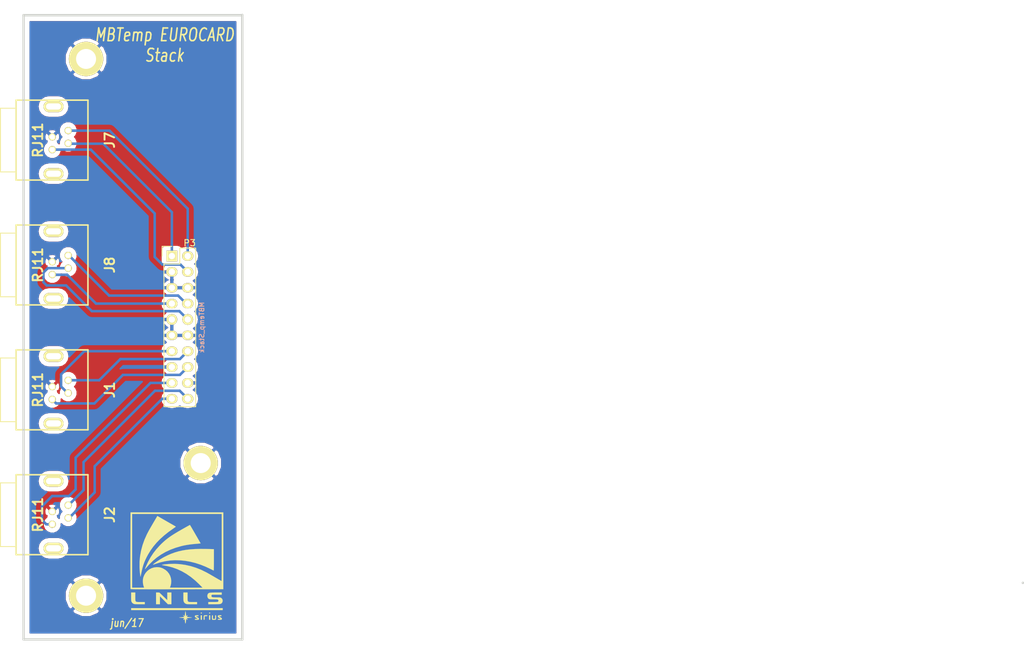
<source format=kicad_pcb>
(kicad_pcb (version 4) (host pcbnew 4.0.4+e1-6308~48~ubuntu15.10.1-stable)

  (general
    (links 26)
    (no_connects 0)
    (area 58.955379 43.2816 223.050101 147.523201)
    (thickness 1.6002)
    (drawings 8)
    (tracks 59)
    (zones 0)
    (modules 9)
    (nets 14)
  )

  (page A4)
  (layers
    (0 Superior signal)
    (31 Inferior signal)
    (32 B.Adhes user)
    (33 F.Adhes user)
    (34 B.Paste user)
    (35 F.Paste user)
    (36 B.SilkS user)
    (37 F.SilkS user)
    (38 B.Mask user)
    (39 F.Mask user)
    (40 Dwgs.User user)
    (41 Cmts.User user)
    (42 Eco1.User user)
    (43 Eco2.User user)
    (44 Edge.Cuts user)
  )

  (setup
    (last_trace_width 0.2032)
    (user_trace_width 0.254)
    (user_trace_width 0.3048)
    (user_trace_width 0.4064)
    (user_trace_width 0.6096)
    (user_trace_width 0.8128)
    (user_trace_width 1.00076)
    (user_trace_width 1.19888)
    (user_trace_width 5.5)
    (trace_clearance 0.21082)
    (zone_clearance 0.5)
    (zone_45_only yes)
    (trace_min 0.2032)
    (segment_width 0.381)
    (edge_width 0.381)
    (via_size 0.889)
    (via_drill 0.635)
    (via_min_size 0.889)
    (via_min_drill 0.508)
    (uvia_size 0.508)
    (uvia_drill 0.127)
    (uvias_allowed no)
    (uvia_min_size 0.508)
    (uvia_min_drill 0.127)
    (pcb_text_width 0.3048)
    (pcb_text_size 1.524 2.032)
    (mod_edge_width 0.1)
    (mod_text_size 1.524 1.524)
    (mod_text_width 0.3048)
    (pad_size 5.5 5.5)
    (pad_drill 3.2)
    (pad_to_mask_clearance 0.254)
    (aux_axis_origin 0 0)
    (visible_elements 7FFFFFFF)
    (pcbplotparams
      (layerselection 0x01fff_80000001)
      (usegerberextensions true)
      (excludeedgelayer true)
      (linewidth 0.150000)
      (plotframeref false)
      (viasonmask false)
      (mode 1)
      (useauxorigin false)
      (hpglpennumber 1)
      (hpglpenspeed 20)
      (hpglpendiameter 15)
      (hpglpenoverlay 0)
      (psnegative false)
      (psa4output false)
      (plotreference true)
      (plotvalue true)
      (plotinvisibletext false)
      (padsonsilk false)
      (subtractmaskfromsilk false)
      (outputformat 1)
      (mirror false)
      (drillshape 0)
      (scaleselection 1)
      (outputdirectory ../Gerber/))
  )

  (net 0 "")
  (net 1 /J7_1)
  (net 2 /J7_2)
  (net 3 /J7_4)
  (net 4 /J8_1)
  (net 5 /J8_2)
  (net 6 /J8_4)
  (net 7 /J1_1)
  (net 8 /J1_2)
  (net 9 /J1_4)
  (net 10 /J2_1)
  (net 11 /J2_2)
  (net 12 /J2_4)
  (net 13 /GND)

  (net_class Default "Esta é a classe de net default."
    (clearance 0.21082)
    (trace_width 0.2032)
    (via_dia 0.889)
    (via_drill 0.635)
    (uvia_dia 0.508)
    (uvia_drill 0.127)
    (add_net /GND)
    (add_net /J1_1)
    (add_net /J1_2)
    (add_net /J1_4)
    (add_net /J2_1)
    (add_net /J2_2)
    (add_net /J2_4)
    (add_net /J7_1)
    (add_net /J7_2)
    (add_net /J7_4)
    (add_net /J8_1)
    (add_net /J8_2)
    (add_net /J8_4)
  )

  (module Pin_Headers:Pin_Header_Straight_2x10 (layer Superior) (tedit 589B4BF2) (tstamp 57D81FB2)
    (at 87.9412 95.72)
    (descr "Through hole pin header")
    (tags "pin header")
    (path /57D822AE)
    (fp_text reference P3 (at 1.5788 -13.52) (layer F.SilkS)
      (effects (font (size 1 1) (thickness 0.15)))
    )
    (fp_text value MBTemp_Stack (at 3.5088 0 90) (layer B.SilkS)
      (effects (font (size 0.75 0.75) (thickness 0.15)) (justify mirror))
    )
    (fp_line (start -3.02 -13.18) (end -3.02 13.22) (layer F.CrtYd) (width 0.05))
    (fp_line (start 3.03 -13.18) (end 3.03 13.22) (layer F.CrtYd) (width 0.05))
    (fp_line (start -3.02 -13.18) (end 3.03 -13.18) (layer F.CrtYd) (width 0.05))
    (fp_line (start -3.02 13.22) (end 3.03 13.22) (layer F.CrtYd) (width 0.05))
    (fp_line (start 2.54 12.7) (end 2.54 -12.7) (layer F.SilkS) (width 0.15))
    (fp_line (start -2.54 -10.16) (end -2.54 12.7) (layer F.SilkS) (width 0.15))
    (fp_line (start 2.54 12.7) (end -2.54 12.7) (layer F.SilkS) (width 0.15))
    (fp_line (start 2.54 -12.7) (end 0 -12.7) (layer F.SilkS) (width 0.15))
    (fp_line (start -1.27 -12.98) (end -2.82 -12.98) (layer F.SilkS) (width 0.15))
    (fp_line (start 0 -12.7) (end 0 -10.16) (layer F.SilkS) (width 0.15))
    (fp_line (start 0 -10.16) (end -2.54 -10.16) (layer F.SilkS) (width 0.15))
    (fp_line (start -2.82 -12.98) (end -2.82 -11.43) (layer F.SilkS) (width 0.15))
    (pad 1 thru_hole rect (at -1.27 -11.43) (size 1.7272 1.7272) (drill 1.016) (layers *.Cu *.Mask F.SilkS)
      (net 1 /J7_1))
    (pad 2 thru_hole oval (at 1.27 -11.43) (size 1.8 1.5) (drill 1.016) (layers *.Cu *.Mask F.SilkS)
      (net 2 /J7_2))
    (pad 3 thru_hole oval (at -1.27 -8.89) (size 1.8 1.5) (drill 1.016) (layers *.Cu *.Mask F.SilkS)
      (net 13 /GND))
    (pad 4 thru_hole oval (at 1.27 -8.89) (size 1.8 1.5) (drill 1.016) (layers *.Cu *.Mask F.SilkS)
      (net 3 /J7_4))
    (pad 5 thru_hole oval (at -1.27 -6.35) (size 1.8 1.5) (drill 1.016) (layers *.Cu *.Mask F.SilkS)
      (net 13 /GND))
    (pad 6 thru_hole oval (at 1.27 -6.35) (size 1.8 1.5) (drill 1.016) (layers *.Cu *.Mask F.SilkS)
      (net 13 /GND))
    (pad 7 thru_hole oval (at -1.27 -3.81) (size 1.8 1.5) (drill 1.016) (layers *.Cu *.Mask F.SilkS)
      (net 6 /J8_4))
    (pad 8 thru_hole oval (at 1.27 -3.81) (size 1.8 1.5) (drill 1.016) (layers *.Cu *.Mask F.SilkS)
      (net 5 /J8_2))
    (pad 9 thru_hole oval (at -1.27 -1.27) (size 1.7272 1.7272) (drill 1.016) (layers *.Cu *.Mask F.SilkS)
      (net 13 /GND))
    (pad 10 thru_hole oval (at 1.27 -1.27) (size 1.7272 1.7272) (drill 1.016) (layers *.Cu *.Mask F.SilkS)
      (net 4 /J8_1))
    (pad 11 thru_hole oval (at -1.27 1.27) (size 1.8 1.5) (drill 1.016) (layers *.Cu *.Mask F.SilkS)
      (net 13 /GND))
    (pad 12 thru_hole oval (at 1.27 1.27) (size 1.8 1.5) (drill 1.016) (layers *.Cu *.Mask F.SilkS)
      (net 13 /GND))
    (pad 13 thru_hole oval (at -1.27 3.81) (size 1.8 1.5) (drill 1.016) (layers *.Cu *.Mask F.SilkS)
      (net 7 /J1_1))
    (pad 14 thru_hole oval (at 1.27 3.81) (size 1.8 1.5) (drill 1.016) (layers *.Cu *.Mask F.SilkS)
      (net 8 /J1_2))
    (pad 15 thru_hole oval (at -1.27 6.35) (size 1.8 1.5) (drill 1.016) (layers *.Cu *.Mask F.SilkS)
      (net 13 /GND))
    (pad 16 thru_hole oval (at 1.27 6.35) (size 1.8 1.5) (drill 1.016) (layers *.Cu *.Mask F.SilkS)
      (net 9 /J1_4))
    (pad 17 thru_hole oval (at -1.27 8.89) (size 1.8 1.5) (drill 1.016) (layers *.Cu *.Mask F.SilkS)
      (net 12 /J2_4))
    (pad 18 thru_hole oval (at 1.27 8.89) (size 1.8 1.5) (drill 1.016) (layers *.Cu *.Mask F.SilkS)
      (net 13 /GND))
    (pad 19 thru_hole oval (at -1.27 11.43) (size 1.8 1.5) (drill 1.016) (layers *.Cu *.Mask F.SilkS)
      (net 10 /J2_1))
    (pad 20 thru_hole oval (at 1.27 11.43) (size 1.8 1.5) (drill 1.016) (layers *.Cu *.Mask F.SilkS)
      (net 11 /J2_2))
    (model Pin_Headers.3dshapes/Pin_Header_Straight_2x10.wrl
      (at (xyz 0.05 -0.45 0))
      (scale (xyz 1 1 1))
      (rotate (xyz 0 0 90))
    )
  )

  (module Mounting_Holes:MountingHole_3.2mm_M3_ISO14580_Pad (layer Superior) (tedit 5903442A) (tstamp 57EA6B42)
    (at 91.2876 117.4496)
    (descr "Mounting Hole 3.2mm, M3, ISO14580")
    (tags "mounting hole 3.2mm m3 iso14580")
    (fp_text reference REF** (at 0 -3.75) (layer Dwgs.User)
      (effects (font (size 1 1) (thickness 0.15)))
    )
    (fp_text value "" (at 0 3.75) (layer F.Fab)
      (effects (font (size 1 1) (thickness 0.15)))
    )
    (fp_circle (center 0 0) (end 2.75 0) (layer Cmts.User) (width 0.15))
    (fp_circle (center 0 0) (end 3 0) (layer F.CrtYd) (width 0.05))
    (pad 1 thru_hole circle (at 0 0) (size 5.5 5.5) (drill 3.2) (layers *.Cu *.Mask F.SilkS)
      (net 13 /GND))
  )

  (module Mounting_Holes:MountingHole_3.2mm_M3_ISO14580_Pad (layer Superior) (tedit 59034430) (tstamp 57EA6AAC)
    (at 69.9412 138.6944)
    (descr "Mounting Hole 3.2mm, M3, ISO14580")
    (tags "mounting hole 3.2mm m3 iso14580")
    (fp_text reference REF** (at 0 -3.75) (layer Dwgs.User)
      (effects (font (size 1 1) (thickness 0.15)))
    )
    (fp_text value "" (at 0 3.75) (layer F.Fab)
      (effects (font (size 1 1) (thickness 0.15)))
    )
    (fp_circle (center 0 0) (end 2.75 0) (layer Cmts.User) (width 0.15))
    (fp_circle (center 0 0) (end 3 0) (layer F.CrtYd) (width 0.05))
    (pad 1 thru_hole circle (at 3 0) (size 5.5 5.5) (drill 3.2) (layers *.Cu *.Mask F.SilkS)
      (net 13 /GND))
  )

  (module CONTROLE:RJ11-4P4C-HIROSE (layer Superior) (tedit 57EA6E1E) (tstamp 526E90B4)
    (at 61.7412 125.72 270)
    (path /4DDB95FC)
    (fp_text reference J2 (at 0 -14.99 270) (layer F.SilkS)
      (effects (font (thickness 0.3048)))
    )
    (fp_text value RJ11 (at 0 -3.49 270) (layer F.SilkS)
      (effects (font (thickness 0.3048)))
    )
    (fp_line (start -5.1 2.5) (end 5.1 2.5) (layer F.SilkS) (width 0.15))
    (fp_line (start 5.1 0) (end 5.1 2.5) (layer F.SilkS) (width 0.15))
    (fp_line (start -5.1 0) (end -5.1 2.5) (layer F.SilkS) (width 0.15))
    (fp_line (start 6.4 -11.5) (end 6.4 0) (layer F.SilkS) (width 0.25))
    (fp_line (start -6.4 -11.5) (end -6.4 0) (layer F.SilkS) (width 0.25))
    (fp_line (start -6.4 -11.5) (end 6.4 -11.5) (layer F.SilkS) (width 0.25))
    (fp_line (start -6.4 0) (end 6.4 0) (layer F.SilkS) (width 0.25))
    (pad 1 thru_hole circle (at 0.51 -8.34 270) (size 1.16 1.16) (drill 0.8) (layers *.Cu *.Mask F.SilkS)
      (net 10 /J2_1))
    (pad 2 thru_hole circle (at -1.53 -8.34 270) (size 1.16 1.16) (drill 0.8) (layers *.Cu *.Mask F.SilkS)
      (net 11 /J2_2))
    (pad 3 thru_hole circle (at -0.51 -5.79 270) (size 1.16 1.16) (drill 0.8) (layers *.Cu *.Mask F.SilkS)
      (net 13 /GND))
    (pad 4 thru_hole circle (at 1.53 -5.79 270) (size 1.16 1.16) (drill 0.8) (layers *.Cu *.Mask F.SilkS)
      (net 12 /J2_4))
    (pad 8 thru_hole oval (at 5.38 -5.99 270) (size 1.8 3.2) (drill oval 1 2.4) (layers *.Cu *.Mask F.SilkS))
    (pad 7 thru_hole oval (at -5.38 -5.99 270) (size 1.8 3.2) (drill oval 1 2.4) (layers *.Cu *.Mask F.SilkS))
  )

  (module CONTROLE:RJ11-4P4C-HIROSE (layer Superior) (tedit 57EA6E1A) (tstamp 4EB91947)
    (at 61.7412 105.72 270)
    (path /4DDB95F6)
    (fp_text reference J1 (at 0 -14.99 270) (layer F.SilkS)
      (effects (font (thickness 0.3048)))
    )
    (fp_text value RJ11 (at 0 -3.49 270) (layer F.SilkS)
      (effects (font (thickness 0.3048)))
    )
    (fp_line (start -5.1 2.5) (end 5.1 2.5) (layer F.SilkS) (width 0.15))
    (fp_line (start 5.1 0) (end 5.1 2.5) (layer F.SilkS) (width 0.15))
    (fp_line (start -5.1 0) (end -5.1 2.5) (layer F.SilkS) (width 0.15))
    (fp_line (start 6.4 -11.5) (end 6.4 0) (layer F.SilkS) (width 0.25))
    (fp_line (start -6.4 -11.5) (end -6.4 0) (layer F.SilkS) (width 0.25))
    (fp_line (start -6.4 -11.5) (end 6.4 -11.5) (layer F.SilkS) (width 0.25))
    (fp_line (start -6.4 0) (end 6.4 0) (layer F.SilkS) (width 0.25))
    (pad 1 thru_hole circle (at 0.51 -8.34 270) (size 1.16 1.16) (drill 0.8) (layers *.Cu *.Mask F.SilkS)
      (net 7 /J1_1))
    (pad 2 thru_hole circle (at -1.53 -8.34 270) (size 1.16 1.16) (drill 0.8) (layers *.Cu *.Mask F.SilkS)
      (net 8 /J1_2))
    (pad 3 thru_hole circle (at -0.51 -5.79 270) (size 1.16 1.16) (drill 0.8) (layers *.Cu *.Mask F.SilkS)
      (net 13 /GND))
    (pad 4 thru_hole circle (at 1.53 -5.79 270) (size 1.16 1.16) (drill 0.8) (layers *.Cu *.Mask F.SilkS)
      (net 9 /J1_4))
    (pad 8 thru_hole oval (at 5.38 -5.99 270) (size 1.8 3.2) (drill oval 1 2.4) (layers *.Cu *.Mask F.SilkS))
    (pad 7 thru_hole oval (at -5.38 -5.99 270) (size 1.8 3.2) (drill oval 1 2.4) (layers *.Cu *.Mask F.SilkS))
  )

  (module CONTROLE:RJ11-4P4C-HIROSE (layer Superior) (tedit 57EA6E14) (tstamp 4EB9194D)
    (at 61.7412 85.72 270)
    (path /4DDB9605)
    (fp_text reference J8 (at 0 -14.99 270) (layer F.SilkS)
      (effects (font (thickness 0.3048)))
    )
    (fp_text value RJ11 (at 0 -3.49 270) (layer F.SilkS)
      (effects (font (thickness 0.3048)))
    )
    (fp_line (start -5.1 2.5) (end 5.1 2.5) (layer F.SilkS) (width 0.15))
    (fp_line (start 5.1 0) (end 5.1 2.5) (layer F.SilkS) (width 0.15))
    (fp_line (start -5.1 0) (end -5.1 2.5) (layer F.SilkS) (width 0.15))
    (fp_line (start 6.4 -11.5) (end 6.4 0) (layer F.SilkS) (width 0.25))
    (fp_line (start -6.4 -11.5) (end -6.4 0) (layer F.SilkS) (width 0.25))
    (fp_line (start -6.4 -11.5) (end 6.4 -11.5) (layer F.SilkS) (width 0.25))
    (fp_line (start -6.4 0) (end 6.4 0) (layer F.SilkS) (width 0.25))
    (pad 1 thru_hole circle (at 0.51 -8.34 270) (size 1.16 1.16) (drill 0.8) (layers *.Cu *.Mask F.SilkS)
      (net 4 /J8_1))
    (pad 2 thru_hole circle (at -1.53 -8.34 270) (size 1.16 1.16) (drill 0.8) (layers *.Cu *.Mask F.SilkS)
      (net 5 /J8_2))
    (pad 3 thru_hole circle (at -0.51 -5.79 270) (size 1.16 1.16) (drill 0.8) (layers *.Cu *.Mask F.SilkS)
      (net 13 /GND))
    (pad 4 thru_hole circle (at 1.53 -5.79 270) (size 1.16 1.16) (drill 0.8) (layers *.Cu *.Mask F.SilkS)
      (net 6 /J8_4))
    (pad 8 thru_hole oval (at 5.38 -5.99 270) (size 1.8 3.2) (drill oval 1 2.4) (layers *.Cu *.Mask F.SilkS))
    (pad 7 thru_hole oval (at -5.38 -5.99 270) (size 1.8 3.2) (drill oval 1 2.4) (layers *.Cu *.Mask F.SilkS))
  )

  (module CONTROLE:RJ11-4P4C-HIROSE (layer Superior) (tedit 57EA6E0B) (tstamp 4EB9194B)
    (at 61.7412 65.72 270)
    (path /4DDB9601)
    (fp_text reference J7 (at 0 -14.99 270) (layer F.SilkS)
      (effects (font (thickness 0.3048)))
    )
    (fp_text value RJ11 (at 0 -3.49 270) (layer F.SilkS)
      (effects (font (thickness 0.3048)))
    )
    (fp_line (start -5.1 2.5) (end 5.1 2.5) (layer F.SilkS) (width 0.15))
    (fp_line (start 5.1 0) (end 5.1 2.5) (layer F.SilkS) (width 0.15))
    (fp_line (start -5.1 0) (end -5.1 2.5) (layer F.SilkS) (width 0.15))
    (fp_line (start 6.4 -11.5) (end 6.4 0) (layer F.SilkS) (width 0.25))
    (fp_line (start -6.4 -11.5) (end -6.4 0) (layer F.SilkS) (width 0.25))
    (fp_line (start -6.4 -11.5) (end 6.4 -11.5) (layer F.SilkS) (width 0.25))
    (fp_line (start -6.4 0) (end 6.4 0) (layer F.SilkS) (width 0.25))
    (pad 1 thru_hole circle (at 0.51 -8.34 270) (size 1.16 1.16) (drill 0.8) (layers *.Cu *.Mask F.SilkS)
      (net 1 /J7_1))
    (pad 2 thru_hole circle (at -1.53 -8.34 270) (size 1.16 1.16) (drill 0.8) (layers *.Cu *.Mask F.SilkS)
      (net 2 /J7_2))
    (pad 3 thru_hole circle (at -0.51 -5.79 270) (size 1.16 1.16) (drill 0.8) (layers *.Cu *.Mask F.SilkS)
      (net 13 /GND))
    (pad 4 thru_hole circle (at 1.53 -5.79 270) (size 1.16 1.16) (drill 0.8) (layers *.Cu *.Mask F.SilkS)
      (net 3 /J7_4))
    (pad 8 thru_hole oval (at 5.38 -5.99 270) (size 1.8 3.2) (drill oval 1 2.4) (layers *.Cu *.Mask F.SilkS))
    (pad 7 thru_hole oval (at -5.38 -5.99 270) (size 1.8 3.2) (drill oval 1 2.4) (layers *.Cu *.Mask F.SilkS))
  )

  (module Mounting_Holes:MountingHole_3.2mm_M3_ISO14580_Pad (layer Superior) (tedit 59034438) (tstamp 57EA69C8)
    (at 69.9412 52.72)
    (descr "Mounting Hole 3.2mm, M3, ISO14580")
    (tags "mounting hole 3.2mm m3 iso14580")
    (fp_text reference REF** (at 0 -3.75) (layer Dwgs.User)
      (effects (font (size 1 1) (thickness 0.15)))
    )
    (fp_text value "" (at 0 3.75) (layer Dwgs.User)
      (effects (font (size 1 1) (thickness 0.15)))
    )
    (fp_circle (center 0 0) (end 2.75 0) (layer Cmts.User) (width 0.15))
    (fp_circle (center 0 0) (end 3 0) (layer F.CrtYd) (width 0.05))
    (pad 1 thru_hole circle (at 3 0) (size 5.5 5.5) (drill 3.2) (layers *.Cu *.Mask F.SilkS)
      (net 13 /GND))
  )

  (module CONTROLE:LNLS_LOGO_Silk (layer Superior) (tedit 5903440B) (tstamp 58259E87)
    (at 87.5 134)
    (fp_text reference "" (at 0 0) (layer F.SilkS) hide
      (effects (font (thickness 0.3)))
    )
    (fp_text value "" (at 0.75 0) (layer F.SilkS) hide
      (effects (font (thickness 0.3)))
    )
    (fp_poly (pts (xy 1.364287 7.214795) (xy 1.369937 7.235488) (xy 1.38786 7.326207) (xy 1.407997 7.465123)
      (xy 1.426056 7.622552) (xy 1.426423 7.626257) (xy 1.442664 7.770152) (xy 1.459204 7.883088)
      (xy 1.472737 7.942875) (xy 1.473941 7.945323) (xy 1.511517 7.943959) (xy 1.577803 7.897841)
      (xy 1.586584 7.88981) (xy 1.667171 7.831416) (xy 1.706132 7.83328) (xy 1.693749 7.884314)
      (xy 1.641231 7.952153) (xy 1.586563 8.023599) (xy 1.572479 8.071078) (xy 1.574706 8.074501)
      (xy 1.622047 8.088456) (xy 1.729177 8.105752) (xy 1.877961 8.123742) (xy 1.981912 8.133968)
      (xy 2.189872 8.153713) (xy 2.323016 8.169446) (xy 2.384486 8.182652) (xy 2.377427 8.19481)
      (xy 2.304981 8.207405) (xy 2.170292 8.221917) (xy 2.168769 8.222065) (xy 1.995103 8.239439)
      (xy 1.82101 8.257764) (xy 1.70626 8.270549) (xy 1.517289 8.292564) (xy 1.625257 8.405259)
      (xy 1.692237 8.491092) (xy 1.705054 8.540823) (xy 1.669727 8.543612) (xy 1.592272 8.488621)
      (xy 1.583481 8.480505) (xy 1.53058 8.434908) (xy 1.494411 8.422849) (xy 1.470076 8.454153)
      (xy 1.452677 8.538645) (xy 1.437317 8.686149) (xy 1.428473 8.791455) (xy 1.40698 8.976987)
      (xy 1.379105 9.092732) (xy 1.345891 9.135825) (xy 1.312419 9.11033) (xy 1.297841 9.054402)
      (xy 1.281498 8.942141) (xy 1.266397 8.795222) (xy 1.263139 8.755232) (xy 1.247231 8.586215)
      (xy 1.228552 8.486962) (xy 1.202852 8.449098) (xy 1.16588 8.464248) (xy 1.133231 8.49923)
      (xy 1.076821 8.548354) (xy 1.050292 8.557846) (xy 1.016907 8.532223) (xy 1.028649 8.470816)
      (xy 1.079358 8.396812) (xy 1.097885 8.378623) (xy 1.179769 8.304518) (xy 1.088115 8.278769)
      (xy 0.994294 8.262147) (xy 0.862862 8.249841) (xy 0.801077 8.246873) (xy 0.646188 8.236525)
      (xy 0.492865 8.217983) (xy 0.449385 8.210515) (xy 0.372355 8.194468) (xy 0.348454 8.183148)
      (xy 0.384742 8.173081) (xy 0.488276 8.160792) (xy 0.566615 8.152815) (xy 0.735889 8.135185)
      (xy 0.901507 8.116932) (xy 1.010617 8.104072) (xy 1.181081 8.082818) (xy 1.072082 7.969047)
      (xy 1.005384 7.883719) (xy 0.991127 7.832892) (xy 1.023981 7.827783) (xy 1.098616 7.879611)
      (xy 1.109724 7.88981) (xy 1.177596 7.940502) (xy 1.219525 7.94796) (xy 1.221672 7.945323)
      (xy 1.234984 7.892217) (xy 1.25152 7.785265) (xy 1.266441 7.659076) (xy 1.284416 7.500964)
      (xy 1.303964 7.352871) (xy 1.31721 7.268307) (xy 1.334407 7.180892) (xy 1.347121 7.164909)
      (xy 1.364287 7.214795)) (layer F.SilkS) (width 0.01))
    (fp_poly (pts (xy 3.327469 7.817974) (xy 3.401775 7.829448) (xy 3.43301 7.855364) (xy 3.438769 7.893538)
      (xy 3.429826 7.937936) (xy 3.390871 7.961541) (xy 3.303714 7.970698) (xy 3.214077 7.971905)
      (xy 2.989385 7.972119) (xy 3.253154 8.130378) (xy 3.396533 8.222537) (xy 3.479813 8.293401)
      (xy 3.514277 8.353493) (xy 3.516923 8.376349) (xy 3.502315 8.462341) (xy 3.450265 8.517264)
      (xy 3.348436 8.547025) (xy 3.184491 8.557531) (xy 3.137877 8.557846) (xy 2.990445 8.555901)
      (xy 2.904734 8.547073) (xy 2.864346 8.526869) (xy 2.852884 8.490797) (xy 2.852615 8.479692)
      (xy 2.860882 8.436712) (xy 2.897387 8.413039) (xy 2.979692 8.403016) (xy 3.096846 8.401007)
      (xy 3.341077 8.400477) (xy 3.096846 8.255715) (xy 2.964678 8.172151) (xy 2.889366 8.108032)
      (xy 2.857084 8.049452) (xy 2.852615 8.01006) (xy 2.868143 7.913587) (xy 2.923111 7.853788)
      (xy 3.030101 7.82346) (xy 3.192585 7.815384) (xy 3.327469 7.817974)) (layer F.SilkS) (width 0.01))
    (fp_poly (pts (xy 3.933411 7.817962) (xy 3.961954 7.835455) (xy 3.977635 7.882504) (xy 3.984307 7.973746)
      (xy 3.985821 8.123821) (xy 3.985846 8.186615) (xy 3.985168 8.358593) (xy 3.980564 8.467056)
      (xy 3.968183 8.526644) (xy 3.944172 8.551996) (xy 3.904678 8.557752) (xy 3.888154 8.557846)
      (xy 3.842896 8.555268) (xy 3.814353 8.537774) (xy 3.798672 8.490726) (xy 3.792001 8.399484)
      (xy 3.790486 8.249409) (xy 3.790461 8.186615) (xy 3.79114 8.014637) (xy 3.795743 7.906174)
      (xy 3.808124 7.846586) (xy 3.832136 7.821233) (xy 3.871629 7.815478) (xy 3.888154 7.815384)
      (xy 3.933411 7.817962)) (layer F.SilkS) (width 0.01))
    (fp_poly (pts (xy 4.734238 7.817974) (xy 4.808545 7.829448) (xy 4.839779 7.855364) (xy 4.845538 7.893538)
      (xy 4.83621 7.938703) (xy 4.795876 7.962231) (xy 4.706016 7.970858) (xy 4.630615 7.971692)
      (xy 4.415692 7.971692) (xy 4.415692 8.264769) (xy 4.413846 8.414615) (xy 4.405429 8.502536)
      (xy 4.386122 8.544728) (xy 4.351607 8.557386) (xy 4.337538 8.557846) (xy 4.299171 8.551532)
      (xy 4.275907 8.522288) (xy 4.264023 8.45466) (xy 4.259796 8.333196) (xy 4.259385 8.233507)
      (xy 4.265283 8.052362) (xy 4.2819 7.923926) (xy 4.306277 7.862276) (xy 4.369803 7.836708)
      (xy 4.4867 7.819891) (xy 4.599354 7.815384) (xy 4.734238 7.817974)) (layer F.SilkS) (width 0.01))
    (fp_poly (pts (xy 5.262026 7.817962) (xy 5.290569 7.835455) (xy 5.306251 7.882504) (xy 5.312922 7.973746)
      (xy 5.314437 8.123821) (xy 5.314461 8.186615) (xy 5.313783 8.358593) (xy 5.309179 8.467056)
      (xy 5.296798 8.526644) (xy 5.272787 8.551996) (xy 5.233294 8.557752) (xy 5.216769 8.557846)
      (xy 5.171512 8.555268) (xy 5.142969 8.537774) (xy 5.127288 8.490726) (xy 5.120616 8.399484)
      (xy 5.119102 8.249409) (xy 5.119077 8.186615) (xy 5.119755 8.014637) (xy 5.124359 7.906174)
      (xy 5.13674 7.846586) (xy 5.160751 7.821233) (xy 5.200244 7.815478) (xy 5.216769 7.815384)
      (xy 5.262026 7.817962)) (layer F.SilkS) (width 0.01))
    (fp_poly (pts (xy 6.212521 7.821698) (xy 6.235785 7.850942) (xy 6.247669 7.91857) (xy 6.251896 8.040033)
      (xy 6.252308 8.139723) (xy 6.246409 8.320868) (xy 6.229792 8.449304) (xy 6.205415 8.510953)
      (xy 6.146323 8.533101) (xy 6.03652 8.548859) (xy 5.902108 8.557308) (xy 5.769189 8.557526)
      (xy 5.663863 8.548596) (xy 5.614051 8.531794) (xy 5.602392 8.483406) (xy 5.593429 8.376289)
      (xy 5.588523 8.229856) (xy 5.588 8.160564) (xy 5.589352 7.995317) (xy 5.595676 7.893202)
      (xy 5.610367 7.839211) (xy 5.636824 7.818336) (xy 5.666154 7.815384) (xy 5.706113 7.822306)
      (xy 5.729558 7.85387) (xy 5.74081 7.926271) (xy 5.744185 8.055705) (xy 5.744308 8.108461)
      (xy 5.744308 8.401538) (xy 6.096 8.401538) (xy 6.096 8.108461) (xy 6.097846 7.958614)
      (xy 6.106263 7.870693) (xy 6.12557 7.828502) (xy 6.160086 7.815844) (xy 6.174154 7.815384)
      (xy 6.212521 7.821698)) (layer F.SilkS) (width 0.01))
    (fp_poly (pts (xy 7.0007 7.817974) (xy 7.075006 7.829448) (xy 7.10624 7.855364) (xy 7.112 7.893538)
      (xy 7.103057 7.937936) (xy 7.064102 7.961541) (xy 6.976945 7.970698) (xy 6.887308 7.971905)
      (xy 6.662615 7.972119) (xy 6.926385 8.130378) (xy 7.069764 8.222537) (xy 7.153044 8.293401)
      (xy 7.187508 8.353493) (xy 7.190154 8.376349) (xy 7.175545 8.462341) (xy 7.123495 8.517264)
      (xy 7.021667 8.547025) (xy 6.857722 8.557531) (xy 6.811108 8.557846) (xy 6.663676 8.555901)
      (xy 6.577964 8.547073) (xy 6.537576 8.526869) (xy 6.526115 8.490797) (xy 6.525846 8.479692)
      (xy 6.534112 8.436712) (xy 6.570618 8.413039) (xy 6.652923 8.403016) (xy 6.770077 8.401007)
      (xy 7.014308 8.400477) (xy 6.770077 8.255715) (xy 6.637909 8.172151) (xy 6.562597 8.108032)
      (xy 6.530315 8.049452) (xy 6.525846 8.01006) (xy 6.541373 7.913587) (xy 6.596342 7.853788)
      (xy 6.703332 7.82346) (xy 6.865815 7.815384) (xy 7.0007 7.817974)) (layer F.SilkS) (width 0.01))
    (fp_poly (pts (xy 0.976923 7.756769) (xy 0.957385 7.776307) (xy 0.937846 7.756769) (xy 0.957385 7.73723)
      (xy 0.976923 7.756769)) (layer F.SilkS) (width 0.01))
    (fp_poly (pts (xy 3.96476 7.403855) (xy 3.985846 7.463692) (xy 3.96295 7.524977) (xy 3.888154 7.541846)
      (xy 3.811547 7.523529) (xy 3.790461 7.463692) (xy 3.813358 7.402406) (xy 3.888154 7.385538)
      (xy 3.96476 7.403855)) (layer F.SilkS) (width 0.01))
    (fp_poly (pts (xy 5.293376 7.403855) (xy 5.314461 7.463692) (xy 5.291565 7.524977) (xy 5.216769 7.541846)
      (xy 5.140162 7.523529) (xy 5.119077 7.463692) (xy 5.141973 7.402406) (xy 5.216769 7.385538)
      (xy 5.293376 7.403855)) (layer F.SilkS) (width 0.01))
    (fp_poly (pts (xy 7.307385 6.994769) (xy -7.346462 6.994769) (xy -7.346462 6.682153) (xy 7.307385 6.682153)
      (xy 7.307385 6.994769)) (layer F.SilkS) (width 0.01))
    (fp_poly (pts (xy -6.682154 4.847314) (xy -6.682425 5.127233) (xy -6.676852 5.338666) (xy -6.655856 5.491193)
      (xy -6.609858 5.594394) (xy -6.529277 5.657848) (xy -6.404535 5.691135) (xy -6.226052 5.703833)
      (xy -5.984248 5.705523) (xy -5.824238 5.70523) (xy -5.158154 5.70523) (xy -5.158154 6.056923)
      (xy -5.990028 6.056923) (xy -6.267895 6.056482) (xy -6.47961 6.054461) (xy -6.63717 6.049811)
      (xy -6.752576 6.041483) (xy -6.837826 6.02843) (xy -6.904919 6.009602) (xy -6.965855 5.983952)
      (xy -6.996259 5.969) (xy -7.145481 5.867041) (xy -7.249932 5.72337) (xy -7.258539 5.70672)
      (xy -7.290773 5.637245) (xy -7.314034 5.567052) (xy -7.32977 5.482154) (xy -7.339426 5.36857)
      (xy -7.344449 5.212315) (xy -7.346285 4.999405) (xy -7.346462 4.856796) (xy -7.346462 4.18123)
      (xy -6.682154 4.18123) (xy -6.682154 4.847314)) (layer F.SilkS) (width 0.01))
    (fp_poly (pts (xy -0.898769 6.056923) (xy -1.464522 6.056923) (xy -2.099953 5.422367) (xy -2.735385 4.787811)
      (xy -2.735385 6.056923) (xy -3.360615 6.056923) (xy -3.360615 4.18123) (xy -3.096846 4.182116)
      (xy -2.833077 4.183003) (xy -1.563077 5.399827) (xy -1.563077 4.18123) (xy -0.898769 4.18123)
      (xy -0.898769 6.056923)) (layer F.SilkS) (width 0.01))
    (fp_poly (pts (xy 1.680308 4.847314) (xy 1.680667 5.090149) (xy 1.682798 5.267373) (xy 1.688279 5.391531)
      (xy 1.698689 5.475167) (xy 1.715607 5.530823) (xy 1.740612 5.571044) (xy 1.775284 5.608374)
      (xy 1.776224 5.609314) (xy 1.813636 5.644231) (xy 1.853646 5.669444) (xy 1.908798 5.686534)
      (xy 1.991635 5.697078) (xy 2.114702 5.702656) (xy 2.290541 5.704847) (xy 2.531696 5.70523)
      (xy 3.204308 5.70523) (xy 3.204308 6.056923) (xy 2.372434 6.056923) (xy 2.094566 6.056482)
      (xy 1.882852 6.054461) (xy 1.725291 6.049811) (xy 1.609886 6.041483) (xy 1.524636 6.02843)
      (xy 1.457542 6.009602) (xy 1.396607 5.983952) (xy 1.366203 5.969) (xy 1.216981 5.867041)
      (xy 1.112529 5.72337) (xy 1.103923 5.70672) (xy 1.071689 5.637245) (xy 1.048427 5.567052)
      (xy 1.032692 5.482154) (xy 1.023036 5.36857) (xy 1.018013 5.212315) (xy 1.016176 4.999405)
      (xy 1.016 4.856796) (xy 1.016 4.18123) (xy 1.680308 4.18123) (xy 1.680308 4.847314)) (layer F.SilkS) (width 0.01))
    (fp_poly (pts (xy 7.151077 4.532923) (xy 5.589802 4.532923) (xy 5.527508 4.627994) (xy 5.492442 4.739362)
      (xy 5.529325 4.840732) (xy 5.632087 4.917541) (xy 5.651535 4.925562) (xy 5.724185 4.938672)
      (xy 5.858443 4.949778) (xy 6.03777 4.957986) (xy 6.245629 4.962403) (xy 6.342775 4.962915)
      (xy 6.576338 4.964018) (xy 6.74613 4.968241) (xy 6.866517 4.977154) (xy 6.951864 4.992329)
      (xy 7.01654 5.015335) (xy 7.065505 5.041924) (xy 7.19788 5.165042) (xy 7.278549 5.328998)
      (xy 7.303122 5.512428) (xy 7.267208 5.693967) (xy 7.218682 5.787375) (xy 7.161585 5.866431)
      (xy 7.101662 5.928354) (xy 7.028969 5.975224) (xy 6.933561 6.009121) (xy 6.805493 6.032122)
      (xy 6.634823 6.046309) (xy 6.411604 6.05376) (xy 6.125893 6.056555) (xy 5.929923 6.056862)
      (xy 5.001846 6.056923) (xy 5.001846 5.70523) (xy 5.75779 5.70523) (xy 6.021521 5.704621)
      (xy 6.218186 5.70215) (xy 6.358866 5.696852) (xy 6.454643 5.687762) (xy 6.516599 5.673915)
      (xy 6.555816 5.654347) (xy 6.578405 5.633769) (xy 6.636508 5.523833) (xy 6.624101 5.414954)
      (xy 6.556228 5.336215) (xy 6.50673 5.312108) (xy 6.430062 5.295015) (xy 6.314211 5.283901)
      (xy 6.147161 5.277728) (xy 5.916899 5.275462) (xy 5.850903 5.275384) (xy 5.579027 5.272982)
      (xy 5.373023 5.26362) (xy 5.220699 5.244069) (xy 5.109862 5.211097) (xy 5.028318 5.161473)
      (xy 4.963876 5.091966) (xy 4.92211 5.029256) (xy 4.860707 4.864272) (xy 4.849104 4.675259)
      (xy 4.887466 4.496776) (xy 4.919225 4.432103) (xy 4.968871 4.359156) (xy 5.024941 4.301815)
      (xy 5.096981 4.258221) (xy 5.19454 4.226518) (xy 5.327166 4.20485) (xy 5.504406 4.19136)
      (xy 5.735808 4.184192) (xy 6.030921 4.181488) (xy 6.209367 4.18123) (xy 7.151077 4.18123)
      (xy 7.151077 4.532923)) (layer F.SilkS) (width 0.01))
    (fp_poly (pts (xy 7.405077 3.653692) (xy -0.010957 3.663562) (xy -0.936873 3.664703) (xy -1.787446 3.665549)
      (xy -2.565485 3.666086) (xy -3.273799 3.666298) (xy -3.9152 3.66617) (xy -4.492496 3.665689)
      (xy -5.008496 3.664839) (xy -5.466012 3.663605) (xy -5.867853 3.661973) (xy -6.216827 3.659928)
      (xy -6.515746 3.657455) (xy -6.767419 3.654539) (xy -6.974655 3.651166) (xy -7.140265 3.64732)
      (xy -7.267058 3.642988) (xy -7.357843 3.638154) (xy -7.415431 3.632803) (xy -7.442632 3.626921)
      (xy -7.445608 3.624485) (xy -7.447632 3.580551) (xy -7.449468 3.462691) (xy -7.451111 3.27513)
      (xy -7.452555 3.022096) (xy -7.453794 2.707815) (xy -7.454822 2.336513) (xy -7.455633 1.912419)
      (xy -7.456222 1.439757) (xy -7.456582 0.922756) (xy -7.456708 0.365642) (xy -7.456593 -0.22736)
      (xy -7.456233 -0.852021) (xy -7.45562 -1.504115) (xy -7.454749 -2.179416) (xy -7.45419 -2.54)
      (xy -7.444571 -8.401539) (xy -7.190154 -8.401539) (xy -7.190154 3.399692) (xy -6.232769 3.399692)
      (xy -5.968539 3.399258) (xy -5.732246 3.398039) (xy -5.534459 3.396158) (xy -5.385749 3.393737)
      (xy -5.296683 3.3909) (xy -5.275385 3.388568) (xy -5.287711 3.349064) (xy -5.319874 3.256961)
      (xy -5.360501 3.144337) (xy -5.424266 2.900854) (xy -5.460591 2.612609) (xy -5.468745 2.308288)
      (xy -5.447997 2.016577) (xy -5.397616 1.766163) (xy -5.395779 1.760049) (xy -5.239485 1.372098)
      (xy -5.02282 1.025841) (xy -4.753333 0.726974) (xy -4.438574 0.481195) (xy -4.086092 0.2942)
      (xy -3.703437 0.171685) (xy -3.298158 0.119348) (xy -3.219411 0.117808) (xy -2.904822 0.132754)
      (xy -2.628679 0.184244) (xy -2.356743 0.280103) (xy -2.207846 0.348989) (xy -1.844385 0.569215)
      (xy -1.535707 0.841101) (xy -1.285678 1.157526) (xy -1.098159 1.51137) (xy -0.977016 1.895511)
      (xy -0.926112 2.302829) (xy -0.943118 2.679916) (xy -0.972721 2.859882) (xy -1.014218 3.041174)
      (xy -1.056606 3.178657) (xy -1.098683 3.290969) (xy -1.126508 3.368325) (xy -1.133211 3.389923)
      (xy -1.095206 3.391585) (xy -0.985454 3.393159) (xy -0.810363 3.394619) (xy -0.576341 3.395942)
      (xy -0.289795 3.397104) (xy 0.042867 3.39808) (xy 0.415237 3.398847) (xy 0.820909 3.399381)
      (xy 1.253475 3.399658) (xy 1.471783 3.399692) (xy 4.076797 3.399692) (xy 3.591706 2.907758)
      (xy 2.911478 2.263027) (xy 2.216749 1.694352) (xy 1.505605 1.200657) (xy 0.776132 0.780864)
      (xy 0.026417 0.433897) (xy -0.745455 0.158677) (xy -1.541397 -0.045872) (xy -1.719385 -0.081394)
      (xy -1.937685 -0.123384) (xy -2.131563 -0.161841) (xy -2.286897 -0.193872) (xy -2.389563 -0.216582)
      (xy -2.422769 -0.225474) (xy -2.424982 -0.242774) (xy -2.357953 -0.26417) (xy -2.230413 -0.288425)
      (xy -2.051091 -0.314304) (xy -1.828719 -0.340569) (xy -1.572026 -0.365984) (xy -1.289743 -0.389314)
      (xy -1.239956 -0.392975) (xy -0.392436 -0.415889) (xy 0.466554 -0.364475) (xy 1.32999 -0.240344)
      (xy 2.19085 -0.045102) (xy 3.04211 0.219643) (xy 3.876748 0.552281) (xy 4.68774 0.951206)
      (xy 4.729365 0.97386) (xy 4.900041 1.068571) (xy 5.122508 1.194084) (xy 5.381228 1.341517)
      (xy 5.660662 1.501986) (xy 5.945274 1.666609) (xy 6.162432 1.793099) (xy 6.408117 1.936252)
      (xy 6.631571 2.065584) (xy 6.823997 2.176074) (xy 6.976598 2.262699) (xy 7.080576 2.320438)
      (xy 7.127136 2.344269) (xy 7.128528 2.344615) (xy 7.13122 2.306282) (xy 7.133819 2.194256)
      (xy 7.136308 2.013) (xy 7.138669 1.766974) (xy 7.140881 1.460642) (xy 7.142927 1.098463)
      (xy 7.144788 0.684899) (xy 7.146444 0.224413) (xy 7.147878 -0.278534) (xy 7.149071 -0.819481)
      (xy 7.150004 -1.393967) (xy 7.150657 -1.997528) (xy 7.151014 -2.625705) (xy 7.151077 -3.028462)
      (xy 7.151077 -8.401539) (xy -7.190154 -8.401539) (xy -7.444571 -8.401539) (xy -7.444154 -8.655539)
      (xy 7.405077 -8.655539) (xy 7.405077 3.653692)) (layer F.SilkS) (width 0.01))
    (fp_poly (pts (xy -3.029847 -8.013203) (xy -2.958267 -7.970998) (xy -2.828937 -7.895832) (xy -2.651966 -7.793509)
      (xy -2.437465 -7.669836) (xy -2.195543 -7.53062) (xy -1.936311 -7.381665) (xy -1.669878 -7.228779)
      (xy -1.406354 -7.077767) (xy -1.15585 -6.934435) (xy -0.928475 -6.804591) (xy -0.734339 -6.69404)
      (xy -0.615528 -6.626656) (xy -0.455103 -6.534078) (xy -0.322934 -6.454316) (xy -0.232087 -6.395507)
      (xy -0.195629 -6.365792) (xy -0.195451 -6.364994) (xy -0.225898 -6.335258) (xy -0.309229 -6.271027)
      (xy -0.43335 -6.181232) (xy -0.586167 -6.074806) (xy -0.615462 -6.054796) (xy -1.386469 -5.502773)
      (xy -2.084122 -4.945683) (xy -2.713221 -4.378384) (xy -3.278565 -3.795732) (xy -3.784954 -3.192583)
      (xy -4.237188 -2.563796) (xy -4.640066 -1.904225) (xy -4.843614 -1.524) (xy -5.058874 -1.08115)
      (xy -5.23821 -0.661742) (xy -5.38906 -0.243876) (xy -5.518861 0.194347) (xy -5.635052 0.674826)
      (xy -5.705556 1.013868) (xy -5.75986 1.282454) (xy -5.802053 1.476242) (xy -5.832737 1.597545)
      (xy -5.852513 1.648677) (xy -5.861983 1.631952) (xy -5.862778 1.618435) (xy -5.868673 1.566675)
      (xy -5.883566 1.455936) (xy -5.904943 1.304541) (xy -5.921295 1.191846) (xy -5.942936 1.01258)
      (xy -5.964257 0.780034) (xy -5.98333 0.519065) (xy -5.998224 0.25453) (xy -6.003204 0.136769)
      (xy -5.997525 -0.761071) (xy -5.914041 -1.655805) (xy -5.753082 -2.546141) (xy -5.514976 -3.430784)
      (xy -5.200053 -4.308441) (xy -4.80864 -5.177819) (xy -4.507235 -5.748829) (xy -4.409193 -5.922284)
      (xy -4.28059 -6.147043) (xy -4.130647 -6.407141) (xy -3.96859 -6.686613) (xy -3.80364 -6.969494)
      (xy -3.689994 -7.163373) (xy -3.148463 -8.084935) (xy -3.029847 -8.013203)) (layer F.SilkS) (width 0.01))
    (fp_poly (pts (xy 4.504447 -2.798666) (xy 4.713065 -2.794214) (xy 5.900615 -2.765485) (xy 5.900615 -1.050589)
      (xy 5.89997 -0.693121) (xy 5.898125 -0.361043) (xy 5.895214 -0.062231) (xy 5.891373 0.195439)
      (xy 5.886737 0.40409) (xy 5.88144 0.555845) (xy 5.875617 0.642827) (xy 5.871308 0.660958)
      (xy 5.826968 0.643015) (xy 5.727489 0.59654) (xy 5.587371 0.528471) (xy 5.421116 0.445749)
      (xy 5.412154 0.44124) (xy 4.562649 0.041877) (xy 3.734848 -0.288667) (xy 2.919088 -0.553159)
      (xy 2.105708 -0.754364) (xy 1.285044 -0.895047) (xy 0.455981 -0.97742) (xy -0.342453 -0.997117)
      (xy -1.125824 -0.949298) (xy -1.904715 -0.832414) (xy -2.689712 -0.644918) (xy -3.421321 -0.410544)
      (xy -3.584752 -0.354627) (xy -3.722025 -0.312285) (xy -3.815898 -0.288566) (xy -3.8471 -0.285906)
      (xy -3.842909 -0.314364) (xy -3.780445 -0.377254) (xy -3.668383 -0.468687) (xy -3.515399 -0.582775)
      (xy -3.33017 -0.713629) (xy -3.121371 -0.85536) (xy -2.897678 -1.00208) (xy -2.667769 -1.1479)
      (xy -2.440317 -1.28693) (xy -2.224 -1.413284) (xy -2.027494 -1.521071) (xy -2.026498 -1.521595)
      (xy -1.463464 -1.799984) (xy -0.902593 -2.040701) (xy -0.335569 -2.245315) (xy 0.245923 -2.415398)
      (xy 0.850202 -2.552519) (xy 1.485582 -2.658249) (xy 2.16038 -2.734158) (xy 2.882913 -2.781817)
      (xy 3.661497 -2.802796) (xy 4.504447 -2.798666)) (layer F.SilkS) (width 0.01))
    (fp_poly (pts (xy 2.167159 -6.476359) (xy 2.216689 -6.394134) (xy 2.295921 -6.259859) (xy 2.399903 -6.082123)
      (xy 2.523683 -5.869515) (xy 2.662311 -5.630623) (xy 2.810833 -5.374038) (xy 2.964299 -5.108348)
      (xy 3.117756 -4.842142) (xy 3.266254 -4.584009) (xy 3.404841 -4.342539) (xy 3.528564 -4.126321)
      (xy 3.632472 -3.943943) (xy 3.711614 -3.803995) (xy 3.761038 -3.715066) (xy 3.775995 -3.685681)
      (xy 3.737043 -3.68025) (xy 3.632456 -3.669417) (xy 3.474479 -3.654349) (xy 3.275353 -3.636213)
      (xy 3.047424 -3.616187) (xy 2.469228 -3.560252) (xy 1.95412 -3.497116) (xy 1.487184 -3.424465)
      (xy 1.053506 -3.339986) (xy 0.648485 -3.244029) (xy -0.235678 -2.984577) (xy -1.061026 -2.676429)
      (xy -1.831871 -2.316964) (xy -2.552524 -1.903563) (xy -3.227295 -1.433605) (xy -3.860498 -0.904472)
      (xy -4.456442 -0.313543) (xy -4.786778 0.058615) (xy -4.921968 0.21794) (xy -5.01449 0.326112)
      (xy -5.072408 0.391427) (xy -5.103791 0.422178) (xy -5.116703 0.426661) (xy -5.119211 0.41317)
      (xy -5.119077 0.400331) (xy -5.103389 0.341419) (xy -5.060501 0.22635) (xy -4.996674 0.069598)
      (xy -4.91817 -0.114367) (xy -4.831253 -0.311073) (xy -4.742185 -0.506048) (xy -4.657227 -0.68482)
      (xy -4.599194 -0.801077) (xy -4.212116 -1.495836) (xy -3.791153 -2.134992) (xy -3.321986 -2.738609)
      (xy -2.814162 -3.302) (xy -2.498358 -3.62135) (xy -2.188103 -3.915002) (xy -1.873717 -4.190105)
      (xy -1.545521 -4.453809) (xy -1.193835 -4.713263) (xy -0.808981 -4.975615) (xy -0.381278 -5.248016)
      (xy 0.098952 -5.537614) (xy 0.625231 -5.842352) (xy 0.84581 -5.967637) (xy 1.077545 -6.098483)
      (xy 1.307337 -6.227569) (xy 1.522088 -6.347576) (xy 1.708696 -6.451186) (xy 1.854063 -6.531077)
      (xy 1.945089 -6.579931) (xy 1.947297 -6.581075) (xy 2.064713 -6.641793) (xy 2.167159 -6.476359)) (layer F.SilkS) (width 0.01))
  )

  (gr_text jun/17 (at 79.4512 143.0528) (layer F.SilkS)
    (effects (font (size 1.25 1) (thickness 0.2) italic))
  )
  (gr_text "MBTemp EUROCARD\nStack" (at 85.5 50.5) (layer F.SilkS)
    (effects (font (size 2.032 1.524) (thickness 0.25) italic))
  )
  (gr_line (start 62.9412 45.72) (end 97.9412 45.72) (angle 90) (layer Edge.Cuts) (width 0.381))
  (gr_line (start 62.9412 145.6944) (end 62.9412 45.72) (angle 90) (layer Edge.Cuts) (width 0.381))
  (gr_line (start 97.9412 145.6944) (end 62.9412 145.6944) (angle 90) (layer Edge.Cuts) (width 0.381))
  (gr_line (start 97.9412 45.6692) (end 97.9412 145.6944) (angle 90) (layer Edge.Cuts) (width 0.381))
  (gr_line (start 62.9412 95.72) (end 65.1256 95.72) (angle 90) (layer Dwgs.User) (width 0.381))
  (gr_line (start 222.8596 136.6393) (end 222.8596 136.6266) (angle 90) (layer Edge.Cuts) (width 0.381))

  (segment (start 86.6712 84.29) (end 86.6712 77.2732) (width 0.4064) (layer Inferior) (net 1))
  (segment (start 75.698 66.3) (end 70.0912 66.3) (width 0.4064) (layer Inferior) (net 1) (tstamp 57EA6E60))
  (segment (start 86.6712 77.2732) (end 75.698 66.3) (width 0.4064) (layer Inferior) (net 1) (tstamp 57EA6E5C))
  (segment (start 89.2112 84.29) (end 89.2112 76.7144) (width 0.4064) (layer Inferior) (net 2))
  (segment (start 76.7068 64.21) (end 70.0312 64.21) (width 0.4064) (layer Inferior) (net 2) (tstamp 57EA6E55))
  (segment (start 89.2112 76.7144) (end 76.7068 64.21) (width 0.4064) (layer Inferior) (net 2) (tstamp 57EA6E52))
  (segment (start 67.5512 67.25) (end 73.7016 67.25) (width 0.4064) (layer Inferior) (net 3))
  (segment (start 88.03 85.6488) (end 89.2112 86.83) (width 0.4064) (layer Inferior) (net 3) (tstamp 57EA6E6C))
  (segment (start 85.1408 85.6488) (end 88.03 85.6488) (width 0.4064) (layer Inferior) (net 3) (tstamp 57EA6E6A))
  (segment (start 83.9216 84.4296) (end 85.1408 85.6488) (width 0.4064) (layer Inferior) (net 3) (tstamp 57EA6E68))
  (segment (start 83.9216 77.47) (end 83.9216 84.4296) (width 0.4064) (layer Inferior) (net 3) (tstamp 57EA6E66))
  (segment (start 73.7016 67.25) (end 83.9216 77.47) (width 0.4064) (layer Inferior) (net 3) (tstamp 57EA6E64))
  (segment (start 70.1412 86.23) (end 66.8156 86.23) (width 0.4064) (layer Inferior) (net 4))
  (segment (start 87.8776 93.1164) (end 89.2112 94.45) (width 0.4064) (layer Inferior) (net 4) (tstamp 57EA6E93))
  (segment (start 73.8632 93.1164) (end 87.8776 93.1164) (width 0.4064) (layer Inferior) (net 4) (tstamp 57EA6E8E))
  (segment (start 69.7484 89.0016) (end 73.8632 93.1164) (width 0.4064) (layer Inferior) (net 4) (tstamp 57EA6E8C))
  (segment (start 66.6368 89.0016) (end 69.7484 89.0016) (width 0.4064) (layer Inferior) (net 4) (tstamp 57EA6E8A))
  (segment (start 66.11 88.4748) (end 66.6368 89.0016) (width 0.4064) (layer Inferior) (net 4) (tstamp 57EA6E89))
  (segment (start 66.11 86.9356) (end 66.11 88.4748) (width 0.4064) (layer Inferior) (net 4) (tstamp 57EA6E88))
  (segment (start 66.8156 86.23) (end 66.11 86.9356) (width 0.4064) (layer Inferior) (net 4) (tstamp 57EA6E7F))
  (segment (start 89.2112 91.91) (end 88.9636 91.91) (width 0.254) (layer Inferior) (net 5))
  (segment (start 88.9636 91.91) (end 87.6808 90.6272) (width 0.4064) (layer Inferior) (net 5) (tstamp 57EA6E97))
  (segment (start 87.6808 90.6272) (end 76.6284 90.6272) (width 0.4064) (layer Inferior) (net 5) (tstamp 57EA6E98))
  (segment (start 76.6284 90.6272) (end 70.2012 84.2) (width 0.4064) (layer Inferior) (net 5) (tstamp 57EA6E9A))
  (segment (start 86.6712 91.91) (end 74.5364 91.91) (width 0.4064) (layer Inferior) (net 6))
  (segment (start 69.9164 87.29) (end 67.5712 87.29) (width 0.4064) (layer Inferior) (net 6) (tstamp 57EA6E7A))
  (segment (start 74.5364 91.91) (end 69.9164 87.29) (width 0.4064) (layer Inferior) (net 6) (tstamp 57EA6E73))
  (segment (start 86.6712 99.53) (end 72.6524 99.53) (width 0.4064) (layer Inferior) (net 7))
  (segment (start 68.9424 105.1912) (end 69.9712 106.22) (width 0.4064) (layer Inferior) (net 7) (tstamp 57EA6EB7))
  (segment (start 68.9424 103.24) (end 68.9424 105.1912) (width 0.4064) (layer Inferior) (net 7) (tstamp 57EA6EB3))
  (segment (start 72.6524 99.53) (end 68.9424 103.24) (width 0.4064) (layer Inferior) (net 7) (tstamp 57EA6EB1))
  (segment (start 70.0912 104.18) (end 75.0424 104.18) (width 0.4064) (layer Inferior) (net 8))
  (segment (start 87.954 100.7872) (end 89.2112 99.53) (width 0.4064) (layer Inferior) (net 8) (tstamp 57EA6EAD))
  (segment (start 78.4352 100.7872) (end 87.954 100.7872) (width 0.4064) (layer Inferior) (net 8) (tstamp 57EA6EA7))
  (segment (start 75.0424 104.18) (end 78.4352 100.7872) (width 0.4064) (layer Inferior) (net 8) (tstamp 57EA6EA1))
  (segment (start 67.5144 107.25) (end 68.1636 107.8992) (width 0.4064) (layer Inferior) (net 9) (tstamp 57EA6EBB))
  (segment (start 68.1636 107.8992) (end 74.2696 107.8992) (width 0.4064) (layer Inferior) (net 9) (tstamp 57EA6EBC))
  (segment (start 74.2696 107.8992) (end 78.8416 103.3272) (width 0.4064) (layer Inferior) (net 9) (tstamp 57EA6EBD))
  (segment (start 78.8416 103.3272) (end 87.954 103.3272) (width 0.4064) (layer Inferior) (net 9) (tstamp 57EA6EC0))
  (segment (start 87.954 103.3272) (end 89.2112 102.07) (width 0.4064) (layer Inferior) (net 9) (tstamp 57EA6EC6))
  (segment (start 86.6712 107.15) (end 85.128 107.15) (width 0.4064) (layer Inferior) (net 10))
  (segment (start 74.3204 122.1408) (end 70.2012 126.26) (width 0.4064) (layer Inferior) (net 10) (tstamp 57EA6EF0))
  (segment (start 74.3204 117.9576) (end 74.3204 122.1408) (width 0.4064) (layer Inferior) (net 10) (tstamp 57EA6EEE))
  (segment (start 85.128 107.15) (end 74.3204 117.9576) (width 0.4064) (layer Inferior) (net 10) (tstamp 57EA6EEC))
  (segment (start 87.9284 105.8672) (end 89.2112 107.15) (width 0.4064) (layer Inferior) (net 11) (tstamp 57EA6EE8))
  (segment (start 83.9724 105.8672) (end 87.9284 105.8672) (width 0.4064) (layer Inferior) (net 11) (tstamp 57EA6EE5))
  (segment (start 72.5424 117.2972) (end 83.9724 105.8672) (width 0.4064) (layer Inferior) (net 11) (tstamp 57EA6EE3))
  (segment (start 72.5424 121.7796) (end 72.5424 117.2972) (width 0.4064) (layer Inferior) (net 11) (tstamp 57EA6EE1))
  (segment (start 70.1212 124.2008) (end 72.5424 121.7796) (width 0.4064) (layer Inferior) (net 11) (tstamp 57EA6EDE))
  (segment (start 86.6712 104.61) (end 83.2484 104.61) (width 0.4064) (layer Inferior) (net 12))
  (segment (start 66.5792 127.26) (end 67.6512 127.26) (width 0.4064) (layer Inferior) (net 12) (tstamp 57EA6EDB))
  (segment (start 65.8836 126.5644) (end 66.5792 127.26) (width 0.4064) (layer Inferior) (net 12) (tstamp 57EA6EDA))
  (segment (start 65.8836 124.3576) (end 65.8836 126.5644) (width 0.4064) (layer Inferior) (net 12) (tstamp 57EA6ED8))
  (segment (start 67.5084 122.7328) (end 65.8836 124.3576) (width 0.4064) (layer Inferior) (net 12) (tstamp 57EA6ED6))
  (segment (start 70.2056 122.7328) (end 67.5084 122.7328) (width 0.4064) (layer Inferior) (net 12) (tstamp 57EA6ED4))
  (segment (start 71.2724 121.666) (end 70.2056 122.7328) (width 0.4064) (layer Inferior) (net 12) (tstamp 57EA6ED2))
  (segment (start 71.2724 116.586) (end 71.2724 121.666) (width 0.4064) (layer Inferior) (net 12) (tstamp 57EA6ED0))
  (segment (start 83.2484 104.61) (end 71.2724 116.586) (width 0.4064) (layer Inferior) (net 12) (tstamp 57EA6ECA))
  (segment (start 86.7156 104.5972) (end 86.106 104.5972) (width 0.4064) (layer Inferior) (net 12))

  (zone (net 13) (net_name /GND) (layer Inferior) (tstamp 57EA6FC9) (hatch edge 0.508)
    (connect_pads (clearance 0.75))
    (min_thickness 0.254)
    (fill yes (arc_segments 16) (thermal_gap 0.508) (thermal_bridge_width 0.508))
    (polygon
      (pts
        (xy 60.8584 43.4848) (xy 100.2792 43.4848) (xy 100.2792 147.5232) (xy 60.452 147.5232) (xy 60.452 46.736)
      )
    )
    (filled_polygon
      (pts
        (xy 96.8737 144.6269) (xy 64.0087 144.6269) (xy 64.0087 141.110666) (xy 70.704539 141.110666) (xy 71.016687 141.559332)
        (xy 72.259543 142.077731) (xy 73.606176 142.081048) (xy 74.851571 141.56878) (xy 74.865713 141.559332) (xy 75.177861 141.110666)
        (xy 72.9412 138.874005) (xy 70.704539 141.110666) (xy 64.0087 141.110666) (xy 64.0087 139.359376) (xy 69.554552 139.359376)
        (xy 70.06682 140.604771) (xy 70.076268 140.618913) (xy 70.524934 140.931061) (xy 72.761595 138.6944) (xy 73.120805 138.6944)
        (xy 75.357466 140.931061) (xy 75.806132 140.618913) (xy 76.324531 139.376057) (xy 76.327848 138.029424) (xy 75.81558 136.784029)
        (xy 75.806132 136.769887) (xy 75.357466 136.457739) (xy 73.120805 138.6944) (xy 72.761595 138.6944) (xy 70.524934 136.457739)
        (xy 70.076268 136.769887) (xy 69.557869 138.012743) (xy 69.554552 139.359376) (xy 64.0087 139.359376) (xy 64.0087 136.278134)
        (xy 70.704539 136.278134) (xy 72.9412 138.514795) (xy 75.177861 136.278134) (xy 74.865713 135.829468) (xy 73.622857 135.311069)
        (xy 72.276224 135.307752) (xy 71.030829 135.82002) (xy 71.016687 135.829468) (xy 70.704539 136.278134) (xy 64.0087 136.278134)
        (xy 64.0087 131.1) (xy 65.205673 131.1) (xy 65.340939 131.780028) (xy 65.726144 132.356529) (xy 66.302645 132.741734)
        (xy 66.982673 132.877) (xy 68.479727 132.877) (xy 69.159755 132.741734) (xy 69.736256 132.356529) (xy 70.121461 131.780028)
        (xy 70.256727 131.1) (xy 70.121461 130.419972) (xy 69.736256 129.843471) (xy 69.159755 129.458266) (xy 68.479727 129.323)
        (xy 66.982673 129.323) (xy 66.302645 129.458266) (xy 65.726144 129.843471) (xy 65.340939 130.419972) (xy 65.205673 131.1)
        (xy 64.0087 131.1) (xy 64.0087 124.3576) (xy 64.8034 124.3576) (xy 64.8034 126.5644) (xy 64.885625 126.977775)
        (xy 65.119783 127.328217) (xy 65.815383 128.023817) (xy 66.165825 128.257975) (xy 66.556223 128.33563) (xy 66.704798 128.484464)
        (xy 67.240113 128.706746) (xy 67.819744 128.707252) (xy 68.355446 128.485904) (xy 68.765664 128.076402) (xy 68.987946 127.541087)
        (xy 68.988246 127.197446) (xy 69.254798 127.464464) (xy 69.790113 127.686746) (xy 70.369744 127.687252) (xy 70.905446 127.465904)
        (xy 71.315664 127.056402) (xy 71.537946 126.521087) (xy 71.538007 126.450827) (xy 75.084214 122.904619) (xy 75.084217 122.904617)
        (xy 75.318375 122.554175) (xy 75.318376 122.554174) (xy 75.400601 122.1408) (xy 75.4006 122.140795) (xy 75.4006 119.865866)
        (xy 89.050939 119.865866) (xy 89.363087 120.314532) (xy 90.605943 120.832931) (xy 91.952576 120.836248) (xy 93.197971 120.32398)
        (xy 93.212113 120.314532) (xy 93.524261 119.865866) (xy 91.2876 117.629205) (xy 89.050939 119.865866) (xy 75.4006 119.865866)
        (xy 75.4006 118.405034) (xy 75.691057 118.114576) (xy 87.900952 118.114576) (xy 88.41322 119.359971) (xy 88.422668 119.374113)
        (xy 88.871334 119.686261) (xy 91.107995 117.4496) (xy 91.467205 117.4496) (xy 93.703866 119.686261) (xy 94.152532 119.374113)
        (xy 94.670931 118.131257) (xy 94.674248 116.784624) (xy 94.16198 115.539229) (xy 94.152532 115.525087) (xy 93.703866 115.212939)
        (xy 91.467205 117.4496) (xy 91.107995 117.4496) (xy 88.871334 115.212939) (xy 88.422668 115.525087) (xy 87.904269 116.767943)
        (xy 87.900952 118.114576) (xy 75.691057 118.114576) (xy 78.772299 115.033334) (xy 89.050939 115.033334) (xy 91.2876 117.269995)
        (xy 93.524261 115.033334) (xy 93.212113 114.584668) (xy 91.969257 114.066269) (xy 90.622624 114.062952) (xy 89.377229 114.57522)
        (xy 89.363087 114.584668) (xy 89.050939 115.033334) (xy 78.772299 115.033334) (xy 85.43738 108.368253) (xy 85.863761 108.653152)
        (xy 86.486387 108.777) (xy 86.856013 108.777) (xy 87.478639 108.653152) (xy 87.9412 108.344079) (xy 88.403761 108.653152)
        (xy 89.026387 108.777) (xy 89.396013 108.777) (xy 90.018639 108.653152) (xy 90.546476 108.300463) (xy 90.899165 107.772626)
        (xy 91.023013 107.15) (xy 90.899165 106.527374) (xy 90.546476 105.999537) (xy 90.146107 105.732019) (xy 90.46902 105.443308)
        (xy 90.703518 104.951185) (xy 90.580856 104.737) (xy 89.3382 104.737) (xy 89.3382 104.757) (xy 89.0842 104.757)
        (xy 89.0842 104.737) (xy 89.0642 104.737) (xy 89.0642 104.483) (xy 89.0842 104.483) (xy 89.0842 104.463)
        (xy 89.3382 104.463) (xy 89.3382 104.483) (xy 90.580856 104.483) (xy 90.703518 104.268815) (xy 90.46902 103.776692)
        (xy 90.146107 103.487981) (xy 90.546476 103.220463) (xy 90.899165 102.692626) (xy 91.023013 102.07) (xy 90.899165 101.447374)
        (xy 90.546476 100.919537) (xy 90.367576 100.8) (xy 90.546476 100.680463) (xy 90.899165 100.152626) (xy 91.023013 99.53)
        (xy 90.899165 98.907374) (xy 90.546476 98.379537) (xy 90.146107 98.112019) (xy 90.46902 97.823308) (xy 90.703518 97.331185)
        (xy 90.580856 97.117) (xy 89.3382 97.117) (xy 89.3382 97.137) (xy 89.0842 97.137) (xy 89.0842 97.117)
        (xy 86.7982 97.117) (xy 86.7982 97.137) (xy 86.5442 97.137) (xy 86.5442 97.117) (xy 85.301544 97.117)
        (xy 85.178882 97.331185) (xy 85.41338 97.823308) (xy 85.736293 98.112019) (xy 85.335924 98.379537) (xy 85.288976 98.4498)
        (xy 72.6524 98.4498) (xy 72.239025 98.532025) (xy 71.888583 98.766183) (xy 70.242316 100.41245) (xy 70.256727 100.34)
        (xy 70.121461 99.659972) (xy 69.736256 99.083471) (xy 69.159755 98.698266) (xy 68.479727 98.563) (xy 66.982673 98.563)
        (xy 66.302645 98.698266) (xy 65.726144 99.083471) (xy 65.340939 99.659972) (xy 65.205673 100.34) (xy 65.340939 101.020028)
        (xy 65.726144 101.596529) (xy 66.302645 101.981734) (xy 66.982673 102.117) (xy 68.479727 102.117) (xy 68.552177 102.102589)
        (xy 68.178583 102.476183) (xy 67.944425 102.826625) (xy 67.8622 103.24) (xy 67.8622 104.03913) (xy 67.695377 103.982125)
        (xy 67.212993 104.012763) (xy 66.909632 104.138419) (xy 66.862588 104.361783) (xy 67.5312 105.030395) (xy 67.545343 105.016253)
        (xy 67.724948 105.195858) (xy 67.710805 105.21) (xy 67.724948 105.224143) (xy 67.545343 105.403748) (xy 67.5312 105.389605)
        (xy 67.517058 105.403748) (xy 67.337453 105.224143) (xy 67.351595 105.21) (xy 66.682983 104.541388) (xy 66.459619 104.588432)
        (xy 66.303325 105.045823) (xy 66.333963 105.528207) (xy 66.459619 105.831568) (xy 66.682981 105.878611) (xy 66.567189 105.994403)
        (xy 66.646866 106.07408) (xy 66.296736 106.423598) (xy 66.074454 106.958913) (xy 66.073948 107.538544) (xy 66.295296 108.074246)
        (xy 66.704798 108.484464) (xy 67.240113 108.706746) (xy 67.465523 108.706943) (xy 67.750225 108.897175) (xy 68.1636 108.9794)
        (xy 74.2696 108.9794) (xy 74.682975 108.897175) (xy 75.033417 108.663017) (xy 75.033418 108.663016) (xy 79.289033 104.4074)
        (xy 81.923367 104.4074) (xy 70.508583 115.822183) (xy 70.274425 116.172625) (xy 70.1922 116.586) (xy 70.1922 120.015601)
        (xy 70.121461 119.659972) (xy 69.736256 119.083471) (xy 69.159755 118.698266) (xy 68.479727 118.563) (xy 66.982673 118.563)
        (xy 66.302645 118.698266) (xy 65.726144 119.083471) (xy 65.340939 119.659972) (xy 65.205673 120.34) (xy 65.340939 121.020028)
        (xy 65.726144 121.596529) (xy 66.302645 121.981734) (xy 66.660625 122.052941) (xy 65.119783 123.593783) (xy 64.885625 123.944225)
        (xy 64.8034 124.3576) (xy 64.0087 124.3576) (xy 64.0087 111.1) (xy 65.205673 111.1) (xy 65.340939 111.780028)
        (xy 65.726144 112.356529) (xy 66.302645 112.741734) (xy 66.982673 112.877) (xy 68.479727 112.877) (xy 69.159755 112.741734)
        (xy 69.736256 112.356529) (xy 70.121461 111.780028) (xy 70.256727 111.1) (xy 70.121461 110.419972) (xy 69.736256 109.843471)
        (xy 69.159755 109.458266) (xy 68.479727 109.323) (xy 66.982673 109.323) (xy 66.302645 109.458266) (xy 65.726144 109.843471)
        (xy 65.340939 110.419972) (xy 65.205673 111.1) (xy 64.0087 111.1) (xy 64.0087 96.648815) (xy 85.178882 96.648815)
        (xy 85.301544 96.863) (xy 86.5442 96.863) (xy 86.5442 94.577) (xy 85.337383 94.577) (xy 85.216242 94.809026)
        (xy 85.388512 95.224947) (xy 85.78271 95.656821) (xy 85.967389 95.743376) (xy 85.816601 95.796179) (xy 85.41338 96.156692)
        (xy 85.178882 96.648815) (xy 64.0087 96.648815) (xy 64.0087 86.9356) (xy 65.0298 86.9356) (xy 65.0298 88.4748)
        (xy 65.112025 88.888175) (xy 65.346183 89.238617) (xy 65.860958 89.753392) (xy 65.726144 89.843471) (xy 65.340939 90.419972)
        (xy 65.205673 91.1) (xy 65.340939 91.780028) (xy 65.726144 92.356529) (xy 66.302645 92.741734) (xy 66.982673 92.877)
        (xy 68.479727 92.877) (xy 69.159755 92.741734) (xy 69.736256 92.356529) (xy 70.121461 91.780028) (xy 70.256727 91.1)
        (xy 70.241223 91.022057) (xy 73.099383 93.880217) (xy 73.449825 94.114375) (xy 73.8632 94.1966) (xy 85.271389 94.1966)
        (xy 85.337383 94.323) (xy 86.5442 94.323) (xy 86.5442 94.303) (xy 86.7982 94.303) (xy 86.7982 94.323)
        (xy 86.8182 94.323) (xy 86.8182 94.577) (xy 86.7982 94.577) (xy 86.7982 96.863) (xy 89.0842 96.863)
        (xy 89.0842 96.843) (xy 89.3382 96.843) (xy 89.3382 96.863) (xy 90.580856 96.863) (xy 90.703518 96.648815)
        (xy 90.46902 96.156692) (xy 90.16742 95.887037) (xy 90.47609 95.68079) (xy 90.853405 95.116099) (xy 90.9859 94.45)
        (xy 90.853405 93.783901) (xy 90.47609 93.21921) (xy 90.392492 93.163352) (xy 90.546476 93.060463) (xy 90.899165 92.532626)
        (xy 91.023013 91.91) (xy 90.899165 91.287374) (xy 90.546476 90.759537) (xy 90.146107 90.492019) (xy 90.46902 90.203308)
        (xy 90.703518 89.711185) (xy 90.580856 89.497) (xy 89.3382 89.497) (xy 89.3382 89.517) (xy 89.0842 89.517)
        (xy 89.0842 89.497) (xy 86.7982 89.497) (xy 86.7982 89.517) (xy 86.5442 89.517) (xy 86.5442 89.497)
        (xy 85.301544 89.497) (xy 85.272909 89.547) (xy 77.075833 89.547) (xy 74.700019 87.171185) (xy 85.178882 87.171185)
        (xy 85.41338 87.663308) (xy 85.816601 88.023821) (xy 86.034143 88.1) (xy 85.816601 88.176179) (xy 85.41338 88.536692)
        (xy 85.178882 89.028815) (xy 85.301544 89.243) (xy 86.5442 89.243) (xy 86.5442 88.142698) (xy 86.480393 88.1)
        (xy 86.5442 88.057302) (xy 86.5442 86.957) (xy 85.301544 86.957) (xy 85.178882 87.171185) (xy 74.700019 87.171185)
        (xy 71.538358 84.009524) (xy 71.538452 83.901456) (xy 71.317104 83.365754) (xy 70.907602 82.955536) (xy 70.372287 82.733254)
        (xy 69.792656 82.732748) (xy 69.256954 82.954096) (xy 68.846736 83.363598) (xy 68.624454 83.898913) (xy 68.623948 84.478544)
        (xy 68.845296 85.014246) (xy 68.980613 85.1498) (xy 68.744824 85.1498) (xy 68.728437 84.891793) (xy 68.602781 84.588432)
        (xy 68.379417 84.541388) (xy 67.771005 85.1498) (xy 67.291395 85.1498) (xy 66.682983 84.541388) (xy 66.459619 84.588432)
        (xy 66.303325 85.045823) (xy 66.318696 85.287837) (xy 66.051783 85.466183) (xy 65.346183 86.171783) (xy 65.112025 86.522225)
        (xy 65.0298 86.9356) (xy 64.0087 86.9356) (xy 64.0087 84.361783) (xy 66.862588 84.361783) (xy 67.5312 85.030395)
        (xy 68.199812 84.361783) (xy 68.152768 84.138419) (xy 67.695377 83.982125) (xy 67.212993 84.012763) (xy 66.909632 84.138419)
        (xy 66.862588 84.361783) (xy 64.0087 84.361783) (xy 64.0087 80.34) (xy 65.205673 80.34) (xy 65.340939 81.020028)
        (xy 65.726144 81.596529) (xy 66.302645 81.981734) (xy 66.982673 82.117) (xy 68.479727 82.117) (xy 69.159755 81.981734)
        (xy 69.736256 81.596529) (xy 70.121461 81.020028) (xy 70.256727 80.34) (xy 70.121461 79.659972) (xy 69.736256 79.083471)
        (xy 69.159755 78.698266) (xy 68.479727 78.563) (xy 66.982673 78.563) (xy 66.302645 78.698266) (xy 65.726144 79.083471)
        (xy 65.340939 79.659972) (xy 65.205673 80.34) (xy 64.0087 80.34) (xy 64.0087 71.1) (xy 65.205673 71.1)
        (xy 65.340939 71.780028) (xy 65.726144 72.356529) (xy 66.302645 72.741734) (xy 66.982673 72.877) (xy 68.479727 72.877)
        (xy 69.159755 72.741734) (xy 69.736256 72.356529) (xy 70.121461 71.780028) (xy 70.256727 71.1) (xy 70.121461 70.419972)
        (xy 69.736256 69.843471) (xy 69.159755 69.458266) (xy 68.479727 69.323) (xy 66.982673 69.323) (xy 66.302645 69.458266)
        (xy 65.726144 69.843471) (xy 65.340939 70.419972) (xy 65.205673 71.1) (xy 64.0087 71.1) (xy 64.0087 67.538544)
        (xy 66.073948 67.538544) (xy 66.295296 68.074246) (xy 66.704798 68.484464) (xy 67.240113 68.706746) (xy 67.819744 68.707252)
        (xy 68.355446 68.485904) (xy 68.511422 68.3302) (xy 73.254166 68.3302) (xy 82.8414 77.917433) (xy 82.8414 84.4296)
        (xy 82.923625 84.842975) (xy 83.157783 85.193417) (xy 84.376983 86.412617) (xy 84.727425 86.646775) (xy 85.1408 86.729)
        (xy 86.8182 86.729) (xy 86.8182 86.957) (xy 86.7982 86.957) (xy 86.7982 88.057302) (xy 86.862007 88.1)
        (xy 86.7982 88.142698) (xy 86.7982 89.243) (xy 89.0842 89.243) (xy 89.0842 89.223) (xy 89.3382 89.223)
        (xy 89.3382 89.243) (xy 90.580856 89.243) (xy 90.703518 89.028815) (xy 90.46902 88.536692) (xy 90.146107 88.247981)
        (xy 90.546476 87.980463) (xy 90.899165 87.452626) (xy 91.023013 86.83) (xy 90.899165 86.207374) (xy 90.546476 85.679537)
        (xy 90.367576 85.56) (xy 90.546476 85.440463) (xy 90.899165 84.912626) (xy 91.023013 84.29) (xy 90.899165 83.667374)
        (xy 90.546476 83.139537) (xy 90.2914 82.969101) (xy 90.2914 76.7144) (xy 90.209175 76.301025) (xy 89.975017 75.950583)
        (xy 77.470617 63.446183) (xy 77.120175 63.212025) (xy 76.7068 63.1298) (xy 71.081562 63.1298) (xy 70.907602 62.955536)
        (xy 70.372287 62.733254) (xy 69.792656 62.732748) (xy 69.256954 62.954096) (xy 68.846736 63.363598) (xy 68.624454 63.898913)
        (xy 68.623948 64.478544) (xy 68.845296 65.014246) (xy 69.04069 65.209982) (xy 68.846736 65.403598) (xy 68.624454 65.938913)
        (xy 68.624252 66.1698) (xy 68.511597 66.1698) (xy 68.415789 66.073825) (xy 68.495211 65.994403) (xy 68.379419 65.878611)
        (xy 68.602781 65.831568) (xy 68.759075 65.374177) (xy 68.728437 64.891793) (xy 68.602781 64.588432) (xy 68.379417 64.541388)
        (xy 67.710805 65.21) (xy 67.724948 65.224143) (xy 67.545343 65.403748) (xy 67.5312 65.389605) (xy 67.517058 65.403748)
        (xy 67.337453 65.224143) (xy 67.351595 65.21) (xy 66.682983 64.541388) (xy 66.459619 64.588432) (xy 66.303325 65.045823)
        (xy 66.333963 65.528207) (xy 66.459619 65.831568) (xy 66.682981 65.878611) (xy 66.567189 65.994403) (xy 66.646866 66.07408)
        (xy 66.296736 66.423598) (xy 66.074454 66.958913) (xy 66.073948 67.538544) (xy 64.0087 67.538544) (xy 64.0087 64.361783)
        (xy 66.862588 64.361783) (xy 67.5312 65.030395) (xy 68.199812 64.361783) (xy 68.152768 64.138419) (xy 67.695377 63.982125)
        (xy 67.212993 64.012763) (xy 66.909632 64.138419) (xy 66.862588 64.361783) (xy 64.0087 64.361783) (xy 64.0087 60.34)
        (xy 65.205673 60.34) (xy 65.340939 61.020028) (xy 65.726144 61.596529) (xy 66.302645 61.981734) (xy 66.982673 62.117)
        (xy 68.479727 62.117) (xy 69.159755 61.981734) (xy 69.736256 61.596529) (xy 70.121461 61.020028) (xy 70.256727 60.34)
        (xy 70.121461 59.659972) (xy 69.736256 59.083471) (xy 69.159755 58.698266) (xy 68.479727 58.563) (xy 66.982673 58.563)
        (xy 66.302645 58.698266) (xy 65.726144 59.083471) (xy 65.340939 59.659972) (xy 65.205673 60.34) (xy 64.0087 60.34)
        (xy 64.0087 55.136266) (xy 70.704539 55.136266) (xy 71.016687 55.584932) (xy 72.259543 56.103331) (xy 73.606176 56.106648)
        (xy 74.851571 55.59438) (xy 74.865713 55.584932) (xy 75.177861 55.136266) (xy 72.9412 52.899605) (xy 70.704539 55.136266)
        (xy 64.0087 55.136266) (xy 64.0087 53.384976) (xy 69.554552 53.384976) (xy 70.06682 54.630371) (xy 70.076268 54.644513)
        (xy 70.524934 54.956661) (xy 72.761595 52.72) (xy 73.120805 52.72) (xy 75.357466 54.956661) (xy 75.806132 54.644513)
        (xy 76.324531 53.401657) (xy 76.327848 52.055024) (xy 75.81558 50.809629) (xy 75.806132 50.795487) (xy 75.357466 50.483339)
        (xy 73.120805 52.72) (xy 72.761595 52.72) (xy 70.524934 50.483339) (xy 70.076268 50.795487) (xy 69.557869 52.038343)
        (xy 69.554552 53.384976) (xy 64.0087 53.384976) (xy 64.0087 50.303734) (xy 70.704539 50.303734) (xy 72.9412 52.540395)
        (xy 75.177861 50.303734) (xy 74.865713 49.855068) (xy 73.622857 49.336669) (xy 72.276224 49.333352) (xy 71.030829 49.84562)
        (xy 71.016687 49.855068) (xy 70.704539 50.303734) (xy 64.0087 50.303734) (xy 64.0087 46.7875) (xy 96.8737 46.7875)
      )
    )
    (filled_polygon
      (pts
        (xy 68.624454 123.898913) (xy 68.623948 124.478544) (xy 68.845296 125.014246) (xy 69.04069 125.209982) (xy 68.846736 125.403598)
        (xy 68.624454 125.938913) (xy 68.624154 126.282554) (xy 68.415789 126.073825) (xy 68.495211 125.994403) (xy 68.379419 125.878611)
        (xy 68.602781 125.831568) (xy 68.759075 125.374177) (xy 68.728437 124.891793) (xy 68.602781 124.588432) (xy 68.379417 124.541388)
        (xy 67.710805 125.21) (xy 67.724948 125.224143) (xy 67.545343 125.403748) (xy 67.5312 125.389605) (xy 67.517058 125.403748)
        (xy 67.337453 125.224143) (xy 67.351595 125.21) (xy 67.337453 125.195858) (xy 67.517058 125.016253) (xy 67.5312 125.030395)
        (xy 68.199812 124.361783) (xy 68.152768 124.138419) (xy 67.763448 124.005386) (xy 67.955834 123.813) (xy 68.660128 123.813)
      )
    )
    (filled_polygon
      (pts
        (xy 85.301544 101.943) (xy 86.5442 101.943) (xy 86.5442 101.923) (xy 86.7982 101.923) (xy 86.7982 101.943)
        (xy 86.8182 101.943) (xy 86.8182 102.197) (xy 86.7982 102.197) (xy 86.7982 102.217) (xy 86.5442 102.217)
        (xy 86.5442 102.197) (xy 85.301544 102.197) (xy 85.272909 102.247) (xy 78.8416 102.247) (xy 78.428225 102.329225)
        (xy 78.405876 102.344158) (xy 78.882634 101.8674) (xy 85.258248 101.8674)
      )
    )
  )
  (zone (net 13) (net_name /GND) (layer Superior) (tstamp 57EA6FDC) (hatch edge 0.508)
    (connect_pads (clearance 0.75))
    (min_thickness 0.254)
    (fill yes (arc_segments 16) (thermal_gap 0.508) (thermal_bridge_width 0.508))
    (polygon
      (pts
        (xy 60.2488 43.2816) (xy 100.2792 43.2816) (xy 100.2792 147.5232) (xy 60.452 147.5232) (xy 60.452 43.4848)
      )
    )
    (filled_polygon
      (pts
        (xy 96.8737 144.6269) (xy 64.0087 144.6269) (xy 64.0087 141.110666) (xy 70.704539 141.110666) (xy 71.016687 141.559332)
        (xy 72.259543 142.077731) (xy 73.606176 142.081048) (xy 74.851571 141.56878) (xy 74.865713 141.559332) (xy 75.177861 141.110666)
        (xy 72.9412 138.874005) (xy 70.704539 141.110666) (xy 64.0087 141.110666) (xy 64.0087 139.359376) (xy 69.554552 139.359376)
        (xy 70.06682 140.604771) (xy 70.076268 140.618913) (xy 70.524934 140.931061) (xy 72.761595 138.6944) (xy 73.120805 138.6944)
        (xy 75.357466 140.931061) (xy 75.806132 140.618913) (xy 76.324531 139.376057) (xy 76.327848 138.029424) (xy 75.81558 136.784029)
        (xy 75.806132 136.769887) (xy 75.357466 136.457739) (xy 73.120805 138.6944) (xy 72.761595 138.6944) (xy 70.524934 136.457739)
        (xy 70.076268 136.769887) (xy 69.557869 138.012743) (xy 69.554552 139.359376) (xy 64.0087 139.359376) (xy 64.0087 136.278134)
        (xy 70.704539 136.278134) (xy 72.9412 138.514795) (xy 75.177861 136.278134) (xy 74.865713 135.829468) (xy 73.622857 135.311069)
        (xy 72.276224 135.307752) (xy 71.030829 135.82002) (xy 71.016687 135.829468) (xy 70.704539 136.278134) (xy 64.0087 136.278134)
        (xy 64.0087 131.1) (xy 65.205673 131.1) (xy 65.340939 131.780028) (xy 65.726144 132.356529) (xy 66.302645 132.741734)
        (xy 66.982673 132.877) (xy 68.479727 132.877) (xy 69.159755 132.741734) (xy 69.736256 132.356529) (xy 70.121461 131.780028)
        (xy 70.256727 131.1) (xy 70.121461 130.419972) (xy 69.736256 129.843471) (xy 69.159755 129.458266) (xy 68.479727 129.323)
        (xy 66.982673 129.323) (xy 66.302645 129.458266) (xy 65.726144 129.843471) (xy 65.340939 130.419972) (xy 65.205673 131.1)
        (xy 64.0087 131.1) (xy 64.0087 127.538544) (xy 66.073948 127.538544) (xy 66.295296 128.074246) (xy 66.704798 128.484464)
        (xy 67.240113 128.706746) (xy 67.819744 128.707252) (xy 68.355446 128.485904) (xy 68.765664 128.076402) (xy 68.987946 127.541087)
        (xy 68.988246 127.197446) (xy 69.254798 127.464464) (xy 69.790113 127.686746) (xy 70.369744 127.687252) (xy 70.905446 127.465904)
        (xy 71.315664 127.056402) (xy 71.537946 126.521087) (xy 71.538452 125.941456) (xy 71.317104 125.405754) (xy 71.12171 125.210018)
        (xy 71.315664 125.016402) (xy 71.537946 124.481087) (xy 71.538452 123.901456) (xy 71.317104 123.365754) (xy 70.907602 122.955536)
        (xy 70.372287 122.733254) (xy 69.792656 122.732748) (xy 69.256954 122.954096) (xy 68.846736 123.363598) (xy 68.624454 123.898913)
        (xy 68.623948 124.478544) (xy 68.845296 125.014246) (xy 69.04069 125.209982) (xy 68.846736 125.403598) (xy 68.624454 125.938913)
        (xy 68.624154 126.282554) (xy 68.415789 126.073825) (xy 68.495211 125.994403) (xy 68.379419 125.878611) (xy 68.602781 125.831568)
        (xy 68.759075 125.374177) (xy 68.728437 124.891793) (xy 68.602781 124.588432) (xy 68.379417 124.541388) (xy 67.710805 125.21)
        (xy 67.724948 125.224143) (xy 67.545343 125.403748) (xy 67.5312 125.389605) (xy 67.517058 125.403748) (xy 67.337453 125.224143)
        (xy 67.351595 125.21) (xy 66.682983 124.541388) (xy 66.459619 124.588432) (xy 66.303325 125.045823) (xy 66.333963 125.528207)
        (xy 66.459619 125.831568) (xy 66.682981 125.878611) (xy 66.567189 125.994403) (xy 66.646866 126.07408) (xy 66.296736 126.423598)
        (xy 66.074454 126.958913) (xy 66.073948 127.538544) (xy 64.0087 127.538544) (xy 64.0087 124.361783) (xy 66.862588 124.361783)
        (xy 67.5312 125.030395) (xy 68.199812 124.361783) (xy 68.152768 124.138419) (xy 67.695377 123.982125) (xy 67.212993 124.012763)
        (xy 66.909632 124.138419) (xy 66.862588 124.361783) (xy 64.0087 124.361783) (xy 64.0087 120.34) (xy 65.205673 120.34)
        (xy 65.340939 121.020028) (xy 65.726144 121.596529) (xy 66.302645 121.981734) (xy 66.982673 122.117) (xy 68.479727 122.117)
        (xy 69.159755 121.981734) (xy 69.736256 121.596529) (xy 70.121461 121.020028) (xy 70.256727 120.34) (xy 70.162416 119.865866)
        (xy 89.050939 119.865866) (xy 89.363087 120.314532) (xy 90.605943 120.832931) (xy 91.952576 120.836248) (xy 93.197971 120.32398)
        (xy 93.212113 120.314532) (xy 93.524261 119.865866) (xy 91.2876 117.629205) (xy 89.050939 119.865866) (xy 70.162416 119.865866)
        (xy 70.121461 119.659972) (xy 69.736256 119.083471) (xy 69.159755 118.698266) (xy 68.479727 118.563) (xy 66.982673 118.563)
        (xy 66.302645 118.698266) (xy 65.726144 119.083471) (xy 65.340939 119.659972) (xy 65.205673 120.34) (xy 64.0087 120.34)
        (xy 64.0087 118.114576) (xy 87.900952 118.114576) (xy 88.41322 119.359971) (xy 88.422668 119.374113) (xy 88.871334 119.686261)
        (xy 91.107995 117.4496) (xy 91.467205 117.4496) (xy 93.703866 119.686261) (xy 94.152532 119.374113) (xy 94.670931 118.131257)
        (xy 94.674248 116.784624) (xy 94.16198 115.539229) (xy 94.152532 115.525087) (xy 93.703866 115.212939) (xy 91.467205 117.4496)
        (xy 91.107995 117.4496) (xy 88.871334 115.212939) (xy 88.422668 115.525087) (xy 87.904269 116.767943) (xy 87.900952 118.114576)
        (xy 64.0087 118.114576) (xy 64.0087 115.033334) (xy 89.050939 115.033334) (xy 91.2876 117.269995) (xy 93.524261 115.033334)
        (xy 93.212113 114.584668) (xy 91.969257 114.066269) (xy 90.622624 114.062952) (xy 89.377229 114.57522) (xy 89.363087 114.584668)
        (xy 89.050939 115.033334) (xy 64.0087 115.033334) (xy 64.0087 111.1) (xy 65.205673 111.1) (xy 65.340939 111.780028)
        (xy 65.726144 112.356529) (xy 66.302645 112.741734) (xy 66.982673 112.877) (xy 68.479727 112.877) (xy 69.159755 112.741734)
        (xy 69.736256 112.356529) (xy 70.121461 111.780028) (xy 70.256727 111.1) (xy 70.121461 110.419972) (xy 69.736256 109.843471)
        (xy 69.159755 109.458266) (xy 68.479727 109.323) (xy 66.982673 109.323) (xy 66.302645 109.458266) (xy 65.726144 109.843471)
        (xy 65.340939 110.419972) (xy 65.205673 111.1) (xy 64.0087 111.1) (xy 64.0087 107.538544) (xy 66.073948 107.538544)
        (xy 66.295296 108.074246) (xy 66.704798 108.484464) (xy 67.240113 108.706746) (xy 67.819744 108.707252) (xy 68.355446 108.485904)
        (xy 68.765664 108.076402) (xy 68.987946 107.541087) (xy 68.988246 107.197446) (xy 69.254798 107.464464) (xy 69.790113 107.686746)
        (xy 70.369744 107.687252) (xy 70.905446 107.465904) (xy 71.315664 107.056402) (xy 71.537946 106.521087) (xy 71.538452 105.941456)
        (xy 71.317104 105.405754) (xy 71.12171 105.210018) (xy 71.315664 105.016402) (xy 71.537946 104.481087) (xy 71.538452 103.901456)
        (xy 71.317104 103.365754) (xy 70.907602 102.955536) (xy 70.372287 102.733254) (xy 69.792656 102.732748) (xy 69.256954 102.954096)
        (xy 68.846736 103.363598) (xy 68.624454 103.898913) (xy 68.623948 104.478544) (xy 68.845296 105.014246) (xy 69.04069 105.209982)
        (xy 68.846736 105.403598) (xy 68.624454 105.938913) (xy 68.624154 106.282554) (xy 68.415789 106.073825) (xy 68.495211 105.994403)
        (xy 68.379419 105.878611) (xy 68.602781 105.831568) (xy 68.759075 105.374177) (xy 68.728437 104.891793) (xy 68.602781 104.588432)
        (xy 68.379417 104.541388) (xy 67.710805 105.21) (xy 67.724948 105.224143) (xy 67.545343 105.403748) (xy 67.5312 105.389605)
        (xy 67.517058 105.403748) (xy 67.337453 105.224143) (xy 67.351595 105.21) (xy 66.682983 104.541388) (xy 66.459619 104.588432)
        (xy 66.303325 105.045823) (xy 66.333963 105.528207) (xy 66.459619 105.831568) (xy 66.682981 105.878611) (xy 66.567189 105.994403)
        (xy 66.646866 106.07408) (xy 66.296736 106.423598) (xy 66.074454 106.958913) (xy 66.073948 107.538544) (xy 64.0087 107.538544)
        (xy 64.0087 104.361783) (xy 66.862588 104.361783) (xy 67.5312 105.030395) (xy 68.199812 104.361783) (xy 68.152768 104.138419)
        (xy 67.695377 103.982125) (xy 67.212993 104.012763) (xy 66.909632 104.138419) (xy 66.862588 104.361783) (xy 64.0087 104.361783)
        (xy 64.0087 100.34) (xy 65.205673 100.34) (xy 65.340939 101.020028) (xy 65.726144 101.596529) (xy 66.302645 101.981734)
        (xy 66.982673 102.117) (xy 68.479727 102.117) (xy 69.159755 101.981734) (xy 69.736256 101.596529) (xy 70.121461 101.020028)
        (xy 70.256727 100.34) (xy 70.121461 99.659972) (xy 70.034617 99.53) (xy 84.859387 99.53) (xy 84.983235 100.152626)
        (xy 85.335924 100.680463) (xy 85.736293 100.947981) (xy 85.41338 101.236692) (xy 85.178882 101.728815) (xy 85.301544 101.943)
        (xy 86.5442 101.943) (xy 86.5442 101.923) (xy 86.7982 101.923) (xy 86.7982 101.943) (xy 86.8182 101.943)
        (xy 86.8182 102.197) (xy 86.7982 102.197) (xy 86.7982 102.217) (xy 86.5442 102.217) (xy 86.5442 102.197)
        (xy 85.301544 102.197) (xy 85.178882 102.411185) (xy 85.41338 102.903308) (xy 85.736293 103.192019) (xy 85.335924 103.459537)
        (xy 84.983235 103.987374) (xy 84.859387 104.61) (xy 84.983235 105.232626) (xy 85.335924 105.760463) (xy 85.514824 105.88)
        (xy 85.335924 105.999537) (xy 84.983235 106.527374) (xy 84.859387 107.15) (xy 84.983235 107.772626) (xy 85.335924 108.300463)
        (xy 85.863761 108.653152) (xy 86.486387 108.777) (xy 86.856013 108.777) (xy 87.478639 108.653152) (xy 87.9412 108.344079)
        (xy 88.403761 108.653152) (xy 89.026387 108.777) (xy 89.396013 108.777) (xy 90.018639 108.653152) (xy 90.546476 108.300463)
        (xy 90.899165 107.772626) (xy 91.023013 107.15) (xy 90.899165 106.527374) (xy 90.546476 105.999537) (xy 90.146107 105.732019)
        (xy 90.46902 105.443308) (xy 90.703518 104.951185) (xy 90.580856 104.737) (xy 89.3382 104.737) (xy 89.3382 104.757)
        (xy 89.0842 104.757) (xy 89.0842 104.737) (xy 89.0642 104.737) (xy 89.0642 104.483) (xy 89.0842 104.483)
        (xy 89.0842 104.463) (xy 89.3382 104.463) (xy 89.3382 104.483) (xy 90.580856 104.483) (xy 90.703518 104.268815)
        (xy 90.46902 103.776692) (xy 90.146107 103.487981) (xy 90.546476 103.220463) (xy 90.899165 102.692626) (xy 91.023013 102.07)
        (xy 90.899165 101.447374) (xy 90.546476 100.919537) (xy 90.367576 100.8) (xy 90.546476 100.680463) (xy 90.899165 100.152626)
        (xy 91.023013 99.53) (xy 90.899165 98.907374) (xy 90.546476 98.379537) (xy 90.146107 98.112019) (xy 90.46902 97.823308)
        (xy 90.703518 97.331185) (xy 90.580856 97.117) (xy 89.3382 97.117) (xy 89.3382 97.137) (xy 89.0842 97.137)
        (xy 89.0842 97.117) (xy 86.7982 97.117) (xy 86.7982 97.137) (xy 86.5442 97.137) (xy 86.5442 97.117)
        (xy 85.301544 97.117) (xy 85.178882 97.331185) (xy 85.41338 97.823308) (xy 85.736293 98.112019) (xy 85.335924 98.379537)
        (xy 84.983235 98.907374) (xy 84.859387 99.53) (xy 70.034617 99.53) (xy 69.736256 99.083471) (xy 69.159755 98.698266)
        (xy 68.479727 98.563) (xy 66.982673 98.563) (xy 66.302645 98.698266) (xy 65.726144 99.083471) (xy 65.340939 99.659972)
        (xy 65.205673 100.34) (xy 64.0087 100.34) (xy 64.0087 96.648815) (xy 85.178882 96.648815) (xy 85.301544 96.863)
        (xy 86.5442 96.863) (xy 86.5442 94.577) (xy 85.337383 94.577) (xy 85.216242 94.809026) (xy 85.388512 95.224947)
        (xy 85.78271 95.656821) (xy 85.967389 95.743376) (xy 85.816601 95.796179) (xy 85.41338 96.156692) (xy 85.178882 96.648815)
        (xy 64.0087 96.648815) (xy 64.0087 91.1) (xy 65.205673 91.1) (xy 65.340939 91.780028) (xy 65.726144 92.356529)
        (xy 66.302645 92.741734) (xy 66.982673 92.877) (xy 68.479727 92.877) (xy 69.159755 92.741734) (xy 69.736256 92.356529)
        (xy 70.034616 91.91) (xy 84.859387 91.91) (xy 84.983235 92.532626) (xy 85.335924 93.060463) (xy 85.717045 93.31512)
        (xy 85.388512 93.675053) (xy 85.216242 94.090974) (xy 85.337383 94.323) (xy 86.5442 94.323) (xy 86.5442 94.303)
        (xy 86.7982 94.303) (xy 86.7982 94.323) (xy 86.8182 94.323) (xy 86.8182 94.577) (xy 86.7982 94.577)
        (xy 86.7982 96.863) (xy 89.0842 96.863) (xy 89.0842 96.843) (xy 89.3382 96.843) (xy 89.3382 96.863)
        (xy 90.580856 96.863) (xy 90.703518 96.648815) (xy 90.46902 96.156692) (xy 90.16742 95.887037) (xy 90.47609 95.68079)
        (xy 90.853405 95.116099) (xy 90.9859 94.45) (xy 90.853405 93.783901) (xy 90.47609 93.21921) (xy 90.392492 93.163352)
        (xy 90.546476 93.060463) (xy 90.899165 92.532626) (xy 91.023013 91.91) (xy 90.899165 91.287374) (xy 90.546476 90.759537)
        (xy 90.146107 90.492019) (xy 90.46902 90.203308) (xy 90.703518 89.711185) (xy 90.580856 89.497) (xy 89.3382 89.497)
        (xy 89.3382 89.517) (xy 89.0842 89.517) (xy 89.0842 89.497) (xy 86.7982 89.497) (xy 86.7982 89.517)
        (xy 86.5442 89.517) (xy 86.5442 89.497) (xy 85.301544 89.497) (xy 85.178882 89.711185) (xy 85.41338 90.203308)
        (xy 85.736293 90.492019) (xy 85.335924 90.759537) (xy 84.983235 91.287374) (xy 84.859387 91.91) (xy 70.034616 91.91)
        (xy 70.121461 91.780028) (xy 70.256727 91.1) (xy 70.121461 90.419972) (xy 69.736256 89.843471) (xy 69.159755 89.458266)
        (xy 68.479727 89.323) (xy 66.982673 89.323) (xy 66.302645 89.458266) (xy 65.726144 89.843471) (xy 65.340939 90.419972)
        (xy 65.205673 91.1) (xy 64.0087 91.1) (xy 64.0087 87.538544) (xy 66.073948 87.538544) (xy 66.295296 88.074246)
        (xy 66.704798 88.484464) (xy 67.240113 88.706746) (xy 67.819744 88.707252) (xy 68.355446 88.485904) (xy 68.765664 88.076402)
        (xy 68.987946 87.541087) (xy 68.988246 87.197446) (xy 69.254798 87.464464) (xy 69.790113 87.686746) (xy 70.369744 87.687252)
        (xy 70.905446 87.465904) (xy 71.20068 87.171185) (xy 85.178882 87.171185) (xy 85.41338 87.663308) (xy 85.816601 88.023821)
        (xy 86.034143 88.1) (xy 85.816601 88.176179) (xy 85.41338 88.536692) (xy 85.178882 89.028815) (xy 85.301544 89.243)
        (xy 86.5442 89.243) (xy 86.5442 88.142698) (xy 86.480393 88.1) (xy 86.5442 88.057302) (xy 86.5442 86.957)
        (xy 85.301544 86.957) (xy 85.178882 87.171185) (xy 71.20068 87.171185) (xy 71.315664 87.056402) (xy 71.537946 86.521087)
        (xy 71.538452 85.941456) (xy 71.317104 85.405754) (xy 71.12171 85.210018) (xy 71.315664 85.016402) (xy 71.537946 84.481087)
        (xy 71.538452 83.901456) (xy 71.342163 83.4264) (xy 84.913419 83.4264) (xy 84.913419 85.1536) (xy 84.974571 85.478597)
        (xy 85.166644 85.777086) (xy 85.445724 85.967773) (xy 85.41338 85.996692) (xy 85.178882 86.488815) (xy 85.301544 86.703)
        (xy 86.5442 86.703) (xy 86.5442 86.683) (xy 86.7982 86.683) (xy 86.7982 86.703) (xy 86.8182 86.703)
        (xy 86.8182 86.957) (xy 86.7982 86.957) (xy 86.7982 88.057302) (xy 86.862007 88.1) (xy 86.7982 88.142698)
        (xy 86.7982 89.243) (xy 89.0842 89.243) (xy 89.0842 89.223) (xy 89.3382 89.223) (xy 89.3382 89.243)
        (xy 90.580856 89.243) (xy 90.703518 89.028815) (xy 90.46902 88.536692) (xy 90.146107 88.247981) (xy 90.546476 87.980463)
        (xy 90.899165 87.452626) (xy 91.023013 86.83) (xy 90.899165 86.207374) (xy 90.546476 85.679537) (xy 90.367576 85.56)
        (xy 90.546476 85.440463) (xy 90.899165 84.912626) (xy 91.023013 84.29) (xy 90.899165 83.667374) (xy 90.546476 83.139537)
        (xy 90.018639 82.786848) (xy 89.396013 82.663) (xy 89.026387 82.663) (xy 88.403761 82.786848) (xy 88.237083 82.898219)
        (xy 88.175756 82.802914) (xy 87.882686 82.602668) (xy 87.5348 82.532219) (xy 85.8076 82.532219) (xy 85.482603 82.593371)
        (xy 85.184114 82.785444) (xy 84.983868 83.078514) (xy 84.913419 83.4264) (xy 71.342163 83.4264) (xy 71.317104 83.365754)
        (xy 70.907602 82.955536) (xy 70.372287 82.733254) (xy 69.792656 82.732748) (xy 69.256954 82.954096) (xy 68.846736 83.363598)
        (xy 68.624454 83.898913) (xy 68.623948 84.478544) (xy 68.845296 85.014246) (xy 69.04069 85.209982) (xy 68.846736 85.403598)
        (xy 68.624454 85.938913) (xy 68.624154 86.282554) (xy 68.415789 86.073825) (xy 68.495211 85.994403) (xy 68.379419 85.878611)
        (xy 68.602781 85.831568) (xy 68.759075 85.374177) (xy 68.728437 84.891793) (xy 68.602781 84.588432) (xy 68.379417 84.541388)
        (xy 67.710805 85.21) (xy 67.724948 85.224143) (xy 67.545343 85.403748) (xy 67.5312 85.389605) (xy 67.517058 85.403748)
        (xy 67.337453 85.224143) (xy 67.351595 85.21) (xy 66.682983 84.541388) (xy 66.459619 84.588432) (xy 66.303325 85.045823)
        (xy 66.333963 85.528207) (xy 66.459619 85.831568) (xy 66.682981 85.878611) (xy 66.567189 85.994403) (xy 66.646866 86.07408)
        (xy 66.296736 86.423598) (xy 66.074454 86.958913) (xy 66.073948 87.538544) (xy 64.0087 87.538544) (xy 64.0087 84.361783)
        (xy 66.862588 84.361783) (xy 67.5312 85.030395) (xy 68.199812 84.361783) (xy 68.152768 84.138419) (xy 67.695377 83.982125)
        (xy 67.212993 84.012763) (xy 66.909632 84.138419) (xy 66.862588 84.361783) (xy 64.0087 84.361783) (xy 64.0087 80.34)
        (xy 65.205673 80.34) (xy 65.340939 81.020028) (xy 65.726144 81.596529) (xy 66.302645 81.981734) (xy 66.982673 82.117)
        (xy 68.479727 82.117) (xy 69.159755 81.981734) (xy 69.736256 81.596529) (xy 70.121461 81.020028) (xy 70.256727 80.34)
        (xy 70.121461 79.659972) (xy 69.736256 79.083471) (xy 69.159755 78.698266) (xy 68.479727 78.563) (xy 66.982673 78.563)
        (xy 66.302645 78.698266) (xy 65.726144 79.083471) (xy 65.340939 79.659972) (xy 65.205673 80.34) (xy 64.0087 80.34)
        (xy 64.0087 71.1) (xy 65.205673 71.1) (xy 65.340939 71.780028) (xy 65.726144 72.356529) (xy 66.302645 72.741734)
        (xy 66.982673 72.877) (xy 68.479727 72.877) (xy 69.159755 72.741734) (xy 69.736256 72.356529) (xy 70.121461 71.780028)
        (xy 70.256727 71.1) (xy 70.121461 70.419972) (xy 69.736256 69.843471) (xy 69.159755 69.458266) (xy 68.479727 69.323)
        (xy 66.982673 69.323) (xy 66.302645 69.458266) (xy 65.726144 69.843471) (xy 65.340939 70.419972) (xy 65.205673 71.1)
        (xy 64.0087 71.1) (xy 64.0087 67.538544) (xy 66.073948 67.538544) (xy 66.295296 68.074246) (xy 66.704798 68.484464)
        (xy 67.240113 68.706746) (xy 67.819744 68.707252) (xy 68.355446 68.485904) (xy 68.765664 68.076402) (xy 68.987946 67.541087)
        (xy 68.988246 67.197446) (xy 69.254798 67.464464) (xy 69.790113 67.686746) (xy 70.369744 67.687252) (xy 70.905446 67.465904)
        (xy 71.315664 67.056402) (xy 71.537946 66.521087) (xy 71.538452 65.941456) (xy 71.317104 65.405754) (xy 71.12171 65.210018)
        (xy 71.315664 65.016402) (xy 71.537946 64.481087) (xy 71.538452 63.901456) (xy 71.317104 63.365754) (xy 70.907602 62.955536)
        (xy 70.372287 62.733254) (xy 69.792656 62.732748) (xy 69.256954 62.954096) (xy 68.846736 63.363598) (xy 68.624454 63.898913)
        (xy 68.623948 64.478544) (xy 68.845296 65.014246) (xy 69.04069 65.209982) (xy 68.846736 65.403598) (xy 68.624454 65.938913)
        (xy 68.624154 66.282554) (xy 68.415789 66.073825) (xy 68.495211 65.994403) (xy 68.379419 65.878611) (xy 68.602781 65.831568)
        (xy 68.759075 65.374177) (xy 68.728437 64.891793) (xy 68.602781 64.588432) (xy 68.379417 64.541388) (xy 67.710805 65.21)
        (xy 67.724948 65.224143) (xy 67.545343 65.403748) (xy 67.5312 65.389605) (xy 67.517058 65.403748) (xy 67.337453 65.224143)
        (xy 67.351595 65.21) (xy 66.682983 64.541388) (xy 66.459619 64.588432) (xy 66.303325 65.045823) (xy 66.333963 65.528207)
        (xy 66.459619 65.831568) (xy 66.682981 65.878611) (xy 66.567189 65.994403) (xy 66.646866 66.07408) (xy 66.296736 66.423598)
        (xy 66.074454 66.958913) (xy 66.073948 67.538544) (xy 64.0087 67.538544) (xy 64.0087 64.361783) (xy 66.862588 64.361783)
        (xy 67.5312 65.030395) (xy 68.199812 64.361783) (xy 68.152768 64.138419) (xy 67.695377 63.982125) (xy 67.212993 64.012763)
        (xy 66.909632 64.138419) (xy 66.862588 64.361783) (xy 64.0087 64.361783) (xy 64.0087 60.34) (xy 65.205673 60.34)
        (xy 65.340939 61.020028) (xy 65.726144 61.596529) (xy 66.302645 61.981734) (xy 66.982673 62.117) (xy 68.479727 62.117)
        (xy 69.159755 61.981734) (xy 69.736256 61.596529) (xy 70.121461 61.020028) (xy 70.256727 60.34) (xy 70.121461 59.659972)
        (xy 69.736256 59.083471) (xy 69.159755 58.698266) (xy 68.479727 58.563) (xy 66.982673 58.563) (xy 66.302645 58.698266)
        (xy 65.726144 59.083471) (xy 65.340939 59.659972) (xy 65.205673 60.34) (xy 64.0087 60.34) (xy 64.0087 55.136266)
        (xy 70.704539 55.136266) (xy 71.016687 55.584932) (xy 72.259543 56.103331) (xy 73.606176 56.106648) (xy 74.851571 55.59438)
        (xy 74.865713 55.584932) (xy 75.177861 55.136266) (xy 72.9412 52.899605) (xy 70.704539 55.136266) (xy 64.0087 55.136266)
        (xy 64.0087 53.384976) (xy 69.554552 53.384976) (xy 70.06682 54.630371) (xy 70.076268 54.644513) (xy 70.524934 54.956661)
        (xy 72.761595 52.72) (xy 73.120805 52.72) (xy 75.357466 54.956661) (xy 75.806132 54.644513) (xy 76.324531 53.401657)
        (xy 76.327848 52.055024) (xy 75.81558 50.809629) (xy 75.806132 50.795487) (xy 75.357466 50.483339) (xy 73.120805 52.72)
        (xy 72.761595 52.72) (xy 70.524934 50.483339) (xy 70.076268 50.795487) (xy 69.557869 52.038343) (xy 69.554552 53.384976)
        (xy 64.0087 53.384976) (xy 64.0087 50.303734) (xy 70.704539 50.303734) (xy 72.9412 52.540395) (xy 75.177861 50.303734)
        (xy 74.865713 49.855068) (xy 73.622857 49.336669) (xy 72.276224 49.333352) (xy 71.030829 49.84562) (xy 71.016687 49.855068)
        (xy 70.704539 50.303734) (xy 64.0087 50.303734) (xy 64.0087 46.7875) (xy 96.8737 46.7875)
      )
    )
  )
)

</source>
